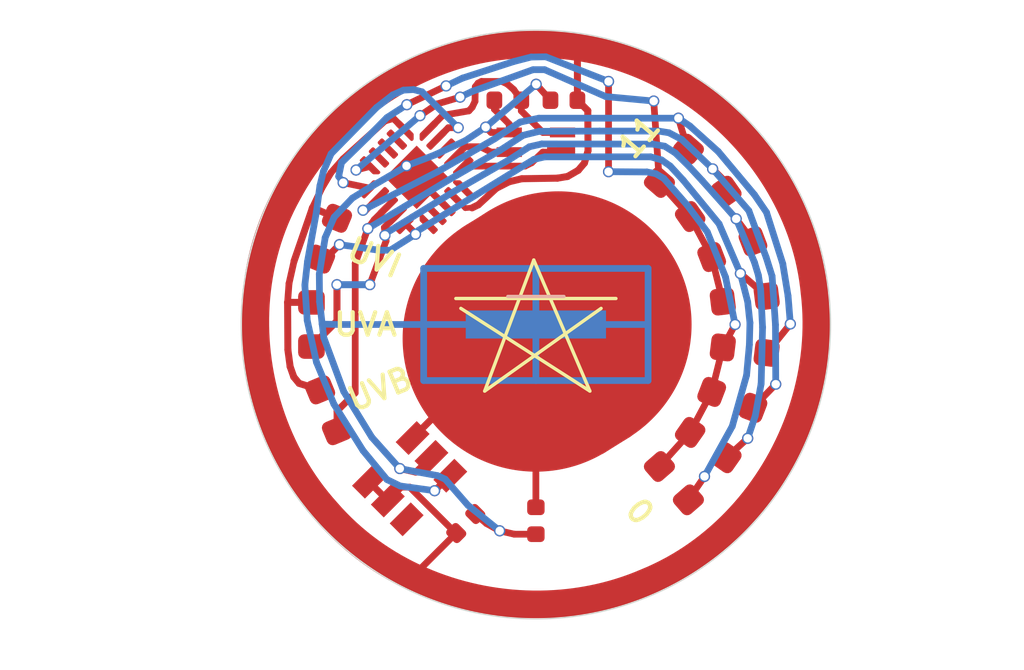
<source format=kicad_pcb>
(kicad_pcb (version 20171130) (host pcbnew "(5.1.8)-1")

  (general
    (thickness 0.8)
    (drawings 23)
    (tracks 305)
    (zones 0)
    (modules 22)
    (nets 23)
  )

  (page A4)
  (layers
    (0 F.Cu signal)
    (31 B.Cu signal)
    (32 B.Adhes user)
    (33 F.Adhes user)
    (34 B.Paste user)
    (35 F.Paste user)
    (36 B.SilkS user)
    (37 F.SilkS user)
    (38 B.Mask user)
    (39 F.Mask user)
    (40 Dwgs.User user)
    (41 Cmts.User user)
    (42 Eco1.User user)
    (43 Eco2.User user)
    (44 Edge.Cuts user)
    (45 Margin user)
    (46 B.CrtYd user)
    (47 F.CrtYd user)
    (48 B.Fab user)
    (49 F.Fab user hide)
  )

  (setup
    (last_trace_width 0.24)
    (user_trace_width 0.2)
    (user_trace_width 0.24)
    (user_trace_width 0.25)
    (trace_clearance 0.2)
    (zone_clearance 0.25)
    (zone_45_only no)
    (trace_min 0.2)
    (via_size 0.4)
    (via_drill 0.3)
    (via_min_size 0.4)
    (via_min_drill 0.3)
    (uvia_size 0.3)
    (uvia_drill 0.1)
    (uvias_allowed no)
    (uvia_min_size 0.2)
    (uvia_min_drill 0.1)
    (edge_width 0.05)
    (segment_width 0.2)
    (pcb_text_width 0.3)
    (pcb_text_size 1.5 1.5)
    (mod_edge_width 0.12)
    (mod_text_size 1 1)
    (mod_text_width 0.15)
    (pad_size 5 1)
    (pad_drill 0)
    (pad_to_mask_clearance 0)
    (aux_axis_origin 0 0)
    (visible_elements 7FFFFFFF)
    (pcbplotparams
      (layerselection 0x010fc_ffffffff)
      (usegerberextensions false)
      (usegerberattributes true)
      (usegerberadvancedattributes true)
      (creategerberjobfile true)
      (excludeedgelayer true)
      (linewidth 0.100000)
      (plotframeref false)
      (viasonmask false)
      (mode 1)
      (useauxorigin false)
      (hpglpennumber 1)
      (hpglpenspeed 20)
      (hpglpendiameter 15.000000)
      (psnegative false)
      (psa4output false)
      (plotreference true)
      (plotvalue true)
      (plotinvisibletext false)
      (padsonsilk false)
      (subtractmaskfromsilk false)
      (outputformat 1)
      (mirror false)
      (drillshape 1)
      (scaleselection 1)
      (outputdirectory ""))
  )

  (net 0 "")
  (net 1 VDD)
  (net 2 GND)
  (net 3 /VEML6075_Power)
  (net 4 "Net-(D1-Pad2)")
  (net 5 "Net-(D1-Pad1)")
  (net 6 "Net-(D10-Pad2)")
  (net 7 "Net-(D11-Pad2)")
  (net 8 "Net-(D4-Pad2)")
  (net 9 "Net-(D5-Pad1)")
  (net 10 "Net-(D10-Pad1)")
  (net 11 "Net-(U1-Pad19)")
  (net 12 "Net-(U1-Pad18)")
  (net 13 "Net-(U1-Pad17)")
  (net 14 /BUTTON)
  (net 15 "Net-(U1-Pad13)")
  (net 16 /SDA)
  (net 17 /SCL)
  (net 18 "Net-(U1-Pad10)")
  (net 19 "Net-(U1-Pad7)")
  (net 20 "Net-(U1-Pad6)")
  (net 21 "Net-(U2-Pad6)")
  (net 22 /CapSense)

  (net_class Default "This is the default net class."
    (clearance 0.2)
    (trace_width 0.2)
    (via_dia 0.4)
    (via_drill 0.3)
    (uvia_dia 0.3)
    (uvia_drill 0.1)
    (add_net /BUTTON)
    (add_net /CapSense)
    (add_net /SCL)
    (add_net /SDA)
    (add_net /VEML6075_Power)
    (add_net GND)
    (add_net "Net-(D1-Pad1)")
    (add_net "Net-(D1-Pad2)")
    (add_net "Net-(D10-Pad1)")
    (add_net "Net-(D10-Pad2)")
    (add_net "Net-(D11-Pad2)")
    (add_net "Net-(D4-Pad2)")
    (add_net "Net-(D5-Pad1)")
    (add_net "Net-(U1-Pad10)")
    (add_net "Net-(U1-Pad13)")
    (add_net "Net-(U1-Pad17)")
    (add_net "Net-(U1-Pad18)")
    (add_net "Net-(U1-Pad19)")
    (add_net "Net-(U1-Pad6)")
    (add_net "Net-(U1-Pad7)")
    (add_net "Net-(U2-Pad6)")
    (add_net VDD)
  )

  (net_class 0.25 ""
    (clearance 0.2)
    (trace_width 0.25)
    (via_dia 0.4)
    (via_drill 0.3)
    (uvia_dia 0.3)
    (uvia_drill 0.1)
  )

  (module TestPoint:TestPoint_Pad_D1.0mm (layer B.Cu) (tedit 60C2A46C) (tstamp 60C3B9AC)
    (at 100 100)
    (descr "SMD pad as test Point, diameter 1.0mm")
    (tags "test point SMD pad")
    (path /60C653A2)
    (attr virtual)
    (fp_text reference TP2 (at 0 1.448) (layer B.Fab)
      (effects (font (size 1 1) (thickness 0.15)) (justify mirror))
    )
    (fp_text value Tab (at 0 -1.55) (layer B.Fab)
      (effects (font (size 1 1) (thickness 0.15)) (justify mirror))
    )
    (fp_circle (center 0 0) (end 1 0) (layer B.CrtYd) (width 0.05))
    (fp_text user %R (at 0 1.45) (layer B.Fab)
      (effects (font (size 1 1) (thickness 0.15)) (justify mirror))
    )
    (pad 1 smd rect (at 0 0) (size 5 1) (layers B.Cu B.Mask)
      (net 2 GND))
  )

  (module TestPoint:TestPoint_Pad_D1.0mm (layer F.Cu) (tedit 60C29F79) (tstamp 60C38B0D)
    (at 100.8 100)
    (descr "SMD pad as test Point, diameter 1.0mm")
    (tags "test point SMD pad")
    (path /60C5A94A)
    (attr virtual)
    (fp_text reference TP3 (at 0 -1.448) (layer F.Fab) hide
      (effects (font (size 1 1) (thickness 0.15)))
    )
    (fp_text value CapSense (at 0 1.55) (layer F.Fab)
      (effects (font (size 1 1) (thickness 0.15)))
    )
    (fp_text user %R (at 0 -1.45) (layer F.Fab)
      (effects (font (size 1 1) (thickness 0.15)))
    )
    (pad 1 smd circle (at 0 0) (size 9.5 9.5) (layers F.Cu)
      (net 22 /CapSense) (zone_connect 2))
  )

  (module Package_TO_SOT_SMD:SOT-23-6 (layer F.Cu) (tedit 60C29C55) (tstamp 60C26B2F)
    (at 95.5 105.5 225)
    (descr "6-pin SOT-23 package")
    (tags SOT-23-6)
    (path /60C243DD)
    (attr smd)
    (fp_text reference U2 (at 0 -2.9 225) (layer F.Fab) hide
      (effects (font (size 1 1) (thickness 0.15)))
    )
    (fp_text value TTP223-BA6 (at 0 2.9 225) (layer F.Fab)
      (effects (font (size 1 1) (thickness 0.15)))
    )
    (fp_line (start 0.9 -1.55) (end 0.9 1.55) (layer F.Fab) (width 0.1))
    (fp_line (start 0.9 1.55) (end -0.9 1.55) (layer F.Fab) (width 0.1))
    (fp_line (start -0.9 -0.9) (end -0.9 1.55) (layer F.Fab) (width 0.1))
    (fp_line (start 0.9 -1.55) (end -0.25 -1.55) (layer F.Fab) (width 0.1))
    (fp_line (start -0.9 -0.9) (end -0.25 -1.55) (layer F.Fab) (width 0.1))
    (fp_line (start -1.9 -1.8) (end -1.9 1.8) (layer F.CrtYd) (width 0.05))
    (fp_line (start -1.9 1.8) (end 1.9 1.8) (layer F.CrtYd) (width 0.05))
    (fp_line (start 1.9 1.8) (end 1.9 -1.8) (layer F.CrtYd) (width 0.05))
    (fp_line (start 1.9 -1.8) (end -1.9 -1.8) (layer F.CrtYd) (width 0.05))
    (fp_text user %R (at 0 0 315) (layer F.Fab)
      (effects (font (size 0.5 0.5) (thickness 0.075)))
    )
    (pad 5 smd rect (at 1.1 0 225) (size 1.06 0.65) (layers F.Cu F.Paste F.Mask)
      (net 1 VDD))
    (pad 6 smd rect (at 1.1 -0.95 225) (size 1.06 0.65) (layers F.Cu F.Paste F.Mask)
      (net 21 "Net-(U2-Pad6)"))
    (pad 4 smd rect (at 1.1 0.95 225) (size 1.06 0.65) (layers F.Cu F.Paste F.Mask)
      (net 1 VDD))
    (pad 3 smd rect (at -1.1 0.95 225) (size 1.06 0.65) (layers F.Cu F.Paste F.Mask)
      (net 22 /CapSense) (zone_connect 0) (thermal_gap 0.2))
    (pad 2 smd rect (at -1.1 0 225) (size 1.06 0.65) (layers F.Cu F.Paste F.Mask)
      (net 2 GND))
    (pad 1 smd rect (at -1.1 -0.95 225) (size 1.06 0.65) (layers F.Cu F.Paste F.Mask)
      (net 14 /BUTTON))
    (model ${KISYS3DMOD}/Package_TO_SOT_SMD.3dshapes/SOT-23-6.wrl
      (at (xyz 0 0 0))
      (scale (xyz 1 1 1))
      (rotate (xyz 0 0 0))
    )
  )

  (module Package_DFN_QFN:QFN-20-1EP_3x3mm_P0.45mm_EP1.6x1.6mm (layer F.Cu) (tedit 60C29846) (tstamp 60C26B19)
    (at 95.75 94.75 45)
    (descr "QFN, 20 Pin (http://ww1.microchip.com/downloads/en/DeviceDoc/atmel-8235-8-bit-avr-microcontroller-attiny20_datasheet.pdf#page=212), generated with kicad-footprint-generator ipc_noLead_generator.py")
    (tags "QFN NoLead")
    (path /632C737D)
    (attr smd)
    (fp_text reference U1 (at 0 -2.82 45) (layer F.Fab) hide
      (effects (font (size 1 1) (thickness 0.15)))
    )
    (fp_text value ATtiny84A-MMH (at 0 2.82 45) (layer F.Fab)
      (effects (font (size 1 1) (thickness 0.15)))
    )
    (fp_line (start 2.12 -2.12) (end -2.12 -2.12) (layer F.CrtYd) (width 0.05))
    (fp_line (start 2.12 2.12) (end 2.12 -2.12) (layer F.CrtYd) (width 0.05))
    (fp_line (start -2.12 2.12) (end 2.12 2.12) (layer F.CrtYd) (width 0.05))
    (fp_line (start -2.12 -2.12) (end -2.12 2.12) (layer F.CrtYd) (width 0.05))
    (fp_line (start -1.5 -0.75) (end -0.75 -1.5) (layer F.Fab) (width 0.1))
    (fp_line (start -1.5 1.5) (end -1.5 -0.75) (layer F.Fab) (width 0.1))
    (fp_line (start 1.5 1.5) (end -1.5 1.5) (layer F.Fab) (width 0.1))
    (fp_line (start 1.5 -1.5) (end 1.5 1.5) (layer F.Fab) (width 0.1))
    (fp_line (start -0.75 -1.5) (end 1.5 -1.5) (layer F.Fab) (width 0.1))
    (fp_text user %R (at 0 0 45) (layer F.Fab)
      (effects (font (size 0.75 0.75) (thickness 0.11)))
    )
    (pad "" smd roundrect (at 0.4 0.4 45) (size 0.64 0.64) (layers F.Paste) (roundrect_rratio 0.25))
    (pad "" smd roundrect (at 0.4 -0.4 45) (size 0.64 0.64) (layers F.Paste) (roundrect_rratio 0.25))
    (pad "" smd roundrect (at -0.4 0.4 45) (size 0.64 0.64) (layers F.Paste) (roundrect_rratio 0.25))
    (pad "" smd roundrect (at -0.4 -0.4 45) (size 0.64 0.64) (layers F.Paste) (roundrect_rratio 0.25))
    (pad 21 smd rect (at 0 0 45) (size 1.6 1.6) (layers F.Cu F.Mask)
      (net 2 GND))
    (pad 20 smd custom (at -0.9 -1.45 45) (size 0.143934 0.143934) (layers F.Cu F.Paste F.Mask)
      (net 9 "Net-(D5-Pad1)")
      (options (clearance outline) (anchor circle))
      (primitives
        (gr_poly (pts
           (xy -0.075 -0.375) (xy 0.075 -0.375) (xy 0.075 0.375) (xy 0.045711 0.375) (xy -0.075 0.254289)
) (width 0.1))
      ))
    (pad 19 smd roundrect (at -0.45 -1.45 45) (size 0.25 0.85) (layers F.Cu F.Paste F.Mask) (roundrect_rratio 0.25)
      (net 11 "Net-(U1-Pad19)"))
    (pad 18 smd roundrect (at 0 -1.45 45) (size 0.25 0.85) (layers F.Cu F.Paste F.Mask) (roundrect_rratio 0.25)
      (net 12 "Net-(U1-Pad18)"))
    (pad 17 smd roundrect (at 0.45 -1.45 45) (size 0.25 0.85) (layers F.Cu F.Paste F.Mask) (roundrect_rratio 0.25)
      (net 13 "Net-(U1-Pad17)"))
    (pad 16 smd custom (at 0.9 -1.45 45) (size 0.143934 0.143934) (layers F.Cu F.Paste F.Mask)
      (net 10 "Net-(D10-Pad1)")
      (options (clearance outline) (anchor circle))
      (primitives
        (gr_poly (pts
           (xy -0.075 -0.375) (xy 0.075 -0.375) (xy 0.075 0.254289) (xy -0.045711 0.375) (xy -0.075 0.375)
) (width 0.1))
      ))
    (pad 15 smd custom (at 1.45 -0.9 45) (size 0.143934 0.143934) (layers F.Cu F.Paste F.Mask)
      (net 3 /VEML6075_Power)
      (options (clearance outline) (anchor circle))
      (primitives
        (gr_poly (pts
           (xy -0.375 0.045711) (xy -0.254289 -0.075) (xy 0.375 -0.075) (xy 0.375 0.075) (xy -0.375 0.075)
) (width 0.1))
      ))
    (pad 14 smd roundrect (at 1.45 -0.45 45) (size 0.85 0.25) (layers F.Cu F.Paste F.Mask) (roundrect_rratio 0.25)
      (net 14 /BUTTON))
    (pad 13 smd roundrect (at 1.45 0 45) (size 0.85 0.25) (layers F.Cu F.Paste F.Mask) (roundrect_rratio 0.25)
      (net 15 "Net-(U1-Pad13)"))
    (pad 12 smd roundrect (at 1.45 0.45 45) (size 0.85 0.25) (layers F.Cu F.Paste F.Mask) (roundrect_rratio 0.25)
      (net 16 /SDA))
    (pad 11 smd custom (at 1.45 0.9 45) (size 0.143934 0.143934) (layers F.Cu F.Paste F.Mask)
      (net 17 /SCL)
      (options (clearance outline) (anchor circle))
      (primitives
        (gr_poly (pts
           (xy -0.375 -0.075) (xy 0.375 -0.075) (xy 0.375 0.075) (xy -0.254289 0.075) (xy -0.375 -0.045711)
) (width 0.1))
      ))
    (pad 10 smd custom (at 0.9 1.45 45) (size 0.143934 0.143934) (layers F.Cu F.Paste F.Mask)
      (net 18 "Net-(U1-Pad10)")
      (options (clearance outline) (anchor circle))
      (primitives
        (gr_poly (pts
           (xy -0.075 -0.375) (xy -0.045711 -0.375) (xy 0.075 -0.254289) (xy 0.075 0.375) (xy -0.075 0.375)
) (width 0.1))
      ))
    (pad 9 smd roundrect (at 0.45 1.45 45) (size 0.25 0.85) (layers F.Cu F.Paste F.Mask) (roundrect_rratio 0.25)
      (net 1 VDD))
    (pad 8 smd roundrect (at 0 1.45 45) (size 0.25 0.85) (layers F.Cu F.Paste F.Mask) (roundrect_rratio 0.25)
      (net 2 GND))
    (pad 7 smd roundrect (at -0.45 1.45 45) (size 0.25 0.85) (layers F.Cu F.Paste F.Mask) (roundrect_rratio 0.25)
      (net 19 "Net-(U1-Pad7)"))
    (pad 6 smd custom (at -0.9 1.45 45) (size 0.143934 0.143934) (layers F.Cu F.Paste F.Mask)
      (net 20 "Net-(U1-Pad6)")
      (options (clearance outline) (anchor circle))
      (primitives
        (gr_poly (pts
           (xy -0.075 -0.254289) (xy 0.045711 -0.375) (xy 0.075 -0.375) (xy 0.075 0.375) (xy -0.075 0.375)
) (width 0.1))
      ))
    (pad 5 smd custom (at -1.45 0.9 45) (size 0.143934 0.143934) (layers F.Cu F.Paste F.Mask)
      (net 4 "Net-(D1-Pad2)")
      (options (clearance outline) (anchor circle))
      (primitives
        (gr_poly (pts
           (xy -0.375 -0.075) (xy 0.375 -0.075) (xy 0.375 -0.045711) (xy 0.254289 0.075) (xy -0.375 0.075)
) (width 0.1))
      ))
    (pad 4 smd roundrect (at -1.45 0.45 45) (size 0.85 0.25) (layers F.Cu F.Paste F.Mask) (roundrect_rratio 0.25)
      (net 6 "Net-(D10-Pad2)"))
    (pad 3 smd roundrect (at -1.45 0 45) (size 0.85 0.25) (layers F.Cu F.Paste F.Mask) (roundrect_rratio 0.25)
      (net 7 "Net-(D11-Pad2)"))
    (pad 2 smd roundrect (at -1.45 -0.45 45) (size 0.85 0.25) (layers F.Cu F.Paste F.Mask) (roundrect_rratio 0.25)
      (net 8 "Net-(D4-Pad2)"))
    (pad 1 smd custom (at -1.45 -0.9 45) (size 0.143934 0.143934) (layers F.Cu F.Paste F.Mask)
      (net 5 "Net-(D1-Pad1)")
      (options (clearance outline) (anchor circle))
      (primitives
        (gr_poly (pts
           (xy -0.375 -0.075) (xy 0.254289 -0.075) (xy 0.375 0.045711) (xy 0.375 0.075) (xy -0.375 0.075)
) (width 0.1))
      ))
    (model ${KISYS3DMOD}/Package_DFN_QFN.3dshapes/QFN-20-1EP_3x3mm_P0.45mm_EP1.6x1.6mm.wrl
      (at (xyz 0 0 0))
      (scale (xyz 1 1 1))
      (rotate (xyz 0 0 0))
    )
  )

  (module Capacitor_SMD:C_0402_1005Metric (layer F.Cu) (tedit 60C2981D) (tstamp 60C269F1)
    (at 99 92)
    (descr "Capacitor SMD 0402 (1005 Metric), square (rectangular) end terminal, IPC_7351 nominal, (Body size source: IPC-SM-782 page 76, https://www.pcb-3d.com/wordpress/wp-content/uploads/ipc-sm-782a_amendment_1_and_2.pdf), generated with kicad-footprint-generator")
    (tags capacitor)
    (path /60C3F27A)
    (attr smd)
    (fp_text reference C2 (at 0 -1.16) (layer F.Fab) hide
      (effects (font (size 1 1) (thickness 0.15)))
    )
    (fp_text value 100n (at 0 1.16) (layer F.Fab)
      (effects (font (size 1 1) (thickness 0.15)))
    )
    (fp_line (start 0.91 0.46) (end -0.91 0.46) (layer F.CrtYd) (width 0.05))
    (fp_line (start 0.91 -0.46) (end 0.91 0.46) (layer F.CrtYd) (width 0.05))
    (fp_line (start -0.91 -0.46) (end 0.91 -0.46) (layer F.CrtYd) (width 0.05))
    (fp_line (start -0.91 0.46) (end -0.91 -0.46) (layer F.CrtYd) (width 0.05))
    (fp_line (start 0.5 0.25) (end -0.5 0.25) (layer F.Fab) (width 0.1))
    (fp_line (start 0.5 -0.25) (end 0.5 0.25) (layer F.Fab) (width 0.1))
    (fp_line (start -0.5 -0.25) (end 0.5 -0.25) (layer F.Fab) (width 0.1))
    (fp_line (start -0.5 0.25) (end -0.5 -0.25) (layer F.Fab) (width 0.1))
    (fp_text user %R (at 0 0) (layer F.Fab)
      (effects (font (size 0.25 0.25) (thickness 0.04)))
    )
    (pad 2 smd roundrect (at 0.48 0) (size 0.56 0.62) (layers F.Cu F.Paste F.Mask) (roundrect_rratio 0.25)
      (net 3 /VEML6075_Power))
    (pad 1 smd roundrect (at -0.48 0) (size 0.56 0.62) (layers F.Cu F.Paste F.Mask) (roundrect_rratio 0.25)
      (net 2 GND))
    (model ${KISYS3DMOD}/Capacitor_SMD.3dshapes/C_0402_1005Metric.wrl
      (at (xyz 0 0 0))
      (scale (xyz 1 1 1))
      (rotate (xyz 0 0 0))
    )
  )

  (module Capacitor_SMD:C_0402_1005Metric (layer F.Cu) (tedit 60C29811) (tstamp 60C2CA63)
    (at 101 92)
    (descr "Capacitor SMD 0402 (1005 Metric), square (rectangular) end terminal, IPC_7351 nominal, (Body size source: IPC-SM-782 page 76, https://www.pcb-3d.com/wordpress/wp-content/uploads/ipc-sm-782a_amendment_1_and_2.pdf), generated with kicad-footprint-generator")
    (tags capacitor)
    (path /60C380AD)
    (attr smd)
    (fp_text reference C1 (at 0 -1.16) (layer F.Fab) hide
      (effects (font (size 1 1) (thickness 0.15)))
    )
    (fp_text value 100n (at 0 1.16) (layer F.Fab)
      (effects (font (size 1 1) (thickness 0.15)))
    )
    (fp_line (start 0.91 0.46) (end -0.91 0.46) (layer F.CrtYd) (width 0.05))
    (fp_line (start 0.91 -0.46) (end 0.91 0.46) (layer F.CrtYd) (width 0.05))
    (fp_line (start -0.91 -0.46) (end 0.91 -0.46) (layer F.CrtYd) (width 0.05))
    (fp_line (start -0.91 0.46) (end -0.91 -0.46) (layer F.CrtYd) (width 0.05))
    (fp_line (start 0.5 0.25) (end -0.5 0.25) (layer F.Fab) (width 0.1))
    (fp_line (start 0.5 -0.25) (end 0.5 0.25) (layer F.Fab) (width 0.1))
    (fp_line (start -0.5 -0.25) (end 0.5 -0.25) (layer F.Fab) (width 0.1))
    (fp_line (start -0.5 0.25) (end -0.5 -0.25) (layer F.Fab) (width 0.1))
    (fp_text user %R (at 0 0) (layer F.Fab)
      (effects (font (size 0.25 0.25) (thickness 0.04)))
    )
    (pad 2 smd roundrect (at 0.48 0) (size 0.56 0.62) (layers F.Cu F.Paste F.Mask) (roundrect_rratio 0.25)
      (net 1 VDD))
    (pad 1 smd roundrect (at -0.48 0) (size 0.56 0.62) (layers F.Cu F.Paste F.Mask) (roundrect_rratio 0.25)
      (net 2 GND))
    (model ${KISYS3DMOD}/Capacitor_SMD.3dshapes/C_0402_1005Metric.wrl
      (at (xyz 0 0 0))
      (scale (xyz 1 1 1))
      (rotate (xyz 0 0 0))
    )
  )

  (module Capacitor_SMD:C_0402_1005Metric (layer F.Cu) (tedit 60C29BD8) (tstamp 60C3B582)
    (at 100 107 90)
    (descr "Capacitor SMD 0402 (1005 Metric), square (rectangular) end terminal, IPC_7351 nominal, (Body size source: IPC-SM-782 page 76, https://www.pcb-3d.com/wordpress/wp-content/uploads/ipc-sm-782a_amendment_1_and_2.pdf), generated with kicad-footprint-generator")
    (tags capacitor)
    (path /60CB1032)
    (attr smd)
    (fp_text reference C4 (at 0 -1.16 90) (layer F.Fab) hide
      (effects (font (size 1 1) (thickness 0.15)))
    )
    (fp_text value 30pF (at 0 1.16 90) (layer F.Fab)
      (effects (font (size 1 1) (thickness 0.15)))
    )
    (fp_line (start -0.5 0.25) (end -0.5 -0.25) (layer F.Fab) (width 0.1))
    (fp_line (start -0.5 -0.25) (end 0.5 -0.25) (layer F.Fab) (width 0.1))
    (fp_line (start 0.5 -0.25) (end 0.5 0.25) (layer F.Fab) (width 0.1))
    (fp_line (start 0.5 0.25) (end -0.5 0.25) (layer F.Fab) (width 0.1))
    (fp_line (start -0.91 0.46) (end -0.91 -0.46) (layer F.CrtYd) (width 0.05))
    (fp_line (start -0.91 -0.46) (end 0.91 -0.46) (layer F.CrtYd) (width 0.05))
    (fp_line (start 0.91 -0.46) (end 0.91 0.46) (layer F.CrtYd) (width 0.05))
    (fp_line (start 0.91 0.46) (end -0.91 0.46) (layer F.CrtYd) (width 0.05))
    (fp_text user %R (at 0 0 90) (layer F.Fab)
      (effects (font (size 0.25 0.25) (thickness 0.04)))
    )
    (pad 2 smd roundrect (at 0.48 0 90) (size 0.56 0.62) (layers F.Cu F.Paste F.Mask) (roundrect_rratio 0.25)
      (net 22 /CapSense) (zone_connect 2))
    (pad 1 smd roundrect (at -0.48 0 90) (size 0.56 0.62) (layers F.Cu F.Paste F.Mask) (roundrect_rratio 0.25)
      (net 2 GND))
    (model ${KISYS3DMOD}/Capacitor_SMD.3dshapes/C_0402_1005Metric.wrl
      (at (xyz 0 0 0))
      (scale (xyz 1 1 1))
      (rotate (xyz 0 0 0))
    )
  )

  (module Capacitor_SMD:C_0402_1005Metric (layer F.Cu) (tedit 60C297F4) (tstamp 60C26A02)
    (at 97.5 107.1 225)
    (descr "Capacitor SMD 0402 (1005 Metric), square (rectangular) end terminal, IPC_7351 nominal, (Body size source: IPC-SM-782 page 76, https://www.pcb-3d.com/wordpress/wp-content/uploads/ipc-sm-782a_amendment_1_and_2.pdf), generated with kicad-footprint-generator")
    (tags capacitor)
    (path /60C474BC)
    (attr smd)
    (fp_text reference C3 (at 0 -1.16 225) (layer F.Fab) hide
      (effects (font (size 1 1) (thickness 0.15)))
    )
    (fp_text value 100n (at 0 1.16 225) (layer F.Fab)
      (effects (font (size 1 1) (thickness 0.15)))
    )
    (fp_line (start 0.91 0.46) (end -0.91 0.46) (layer F.CrtYd) (width 0.05))
    (fp_line (start 0.91 -0.46) (end 0.91 0.46) (layer F.CrtYd) (width 0.05))
    (fp_line (start -0.91 -0.46) (end 0.91 -0.46) (layer F.CrtYd) (width 0.05))
    (fp_line (start -0.91 0.46) (end -0.91 -0.46) (layer F.CrtYd) (width 0.05))
    (fp_line (start 0.5 0.25) (end -0.5 0.25) (layer F.Fab) (width 0.1))
    (fp_line (start 0.5 -0.25) (end 0.5 0.25) (layer F.Fab) (width 0.1))
    (fp_line (start -0.5 -0.25) (end 0.5 -0.25) (layer F.Fab) (width 0.1))
    (fp_line (start -0.5 0.25) (end -0.5 -0.25) (layer F.Fab) (width 0.1))
    (fp_text user %R (at 0 0 225) (layer F.Fab)
      (effects (font (size 0.25 0.25) (thickness 0.04)))
    )
    (pad 2 smd roundrect (at 0.48 0 225) (size 0.56 0.62) (layers F.Cu F.Paste F.Mask) (roundrect_rratio 0.25)
      (net 1 VDD))
    (pad 1 smd roundrect (at -0.48 0 225) (size 0.56 0.62) (layers F.Cu F.Paste F.Mask) (roundrect_rratio 0.25)
      (net 2 GND))
    (model ${KISYS3DMOD}/Capacitor_SMD.3dshapes/C_0402_1005Metric.wrl
      (at (xyz 0 0 0))
      (scale (xyz 1 1 1))
      (rotate (xyz 0 0 0))
    )
  )

  (module TestPoint:TestPoint_Pad_D1.0mm (layer F.Cu) (tedit 60C29F79) (tstamp 60C2B298)
    (at 100 100.5)
    (descr "SMD pad as test Point, diameter 1.0mm")
    (tags "test point SMD pad")
    (path /60C5A94A)
    (attr virtual)
    (fp_text reference TP3 (at 0 -1.448) (layer F.Fab) hide
      (effects (font (size 1 1) (thickness 0.15)))
    )
    (fp_text value CapSense (at 0 1.55) (layer F.Fab)
      (effects (font (size 1 1) (thickness 0.15)))
    )
    (fp_text user %R (at 0 -1.45) (layer F.Fab)
      (effects (font (size 1 1) (thickness 0.15)))
    )
    (pad 1 smd circle (at 0 0) (size 9.5 9.5) (layers F.Cu)
      (net 22 /CapSense) (zone_connect 2))
  )

  (module amulet:amulet locked (layer F.Cu) (tedit 60C2410B) (tstamp 60C2ABDF)
    (at 100 100)
    (descr "Imported from amulet.svg")
    (tags svg2mod)
    (path /60C5D33F)
    (attr virtual)
    (fp_text reference TP1 (at 0 -14.002777) (layer F.SilkS) hide
      (effects (font (size 1.524 1.524) (thickness 0.3048)))
    )
    (fp_text value Case (at 0 14.002777) (layer F.SilkS) hide
      (effects (font (size 1.524 1.524) (thickness 0.3048)))
    )
    (fp_poly (pts (xy -0.005856 -10.499537) (xy 3.924657 -8.648875) (xy 3.707689 -8.746939) (xy 3.488388 -8.83949)
      (xy 3.266863 -8.92643) (xy 3.043226 -9.00766) (xy 2.817587 -9.083084) (xy 2.590057 -9.152602)
      (xy 2.360748 -9.216118) (xy 2.129769 -9.273533) (xy 1.897232 -9.32475) (xy 1.663248 -9.36967)
      (xy 1.427928 -9.408197) (xy 1.191381 -9.440231) (xy 0.95372 -9.465676) (xy 0.715055 -9.484433)
      (xy 0.475497 -9.496405) (xy 0.235156 -9.501493) (xy -0.005856 -9.4996) (xy -0.258395 -9.500556)
      (xy -0.510298 -9.493983) (xy -0.761432 -9.479987) (xy -1.01166 -9.45867) (xy -1.260846 -9.430136)
      (xy -1.508857 -9.394488) (xy -1.755555 -9.351829) (xy -2.000807 -9.302264) (xy -2.244476 -9.245896)
      (xy -2.486427 -9.182828) (xy -2.726525 -9.113163) (xy -2.964635 -9.037006) (xy -3.200621 -8.95446)
      (xy -3.434348 -8.865627) (xy -3.665681 -8.770613) (xy -3.894484 -8.669519) (xy -4.120622 -8.562451)
      (xy -4.34396 -8.44951) (xy -4.564362 -8.330801) (xy -4.781693 -8.206427) (xy -4.995818 -8.076492)
      (xy -5.206601 -7.941098) (xy -5.413907 -7.800351) (xy -5.6176 -7.654352) (xy -5.817547 -7.503207)
      (xy -6.01361 -7.347017) (xy -6.205654 -7.185887) (xy -6.393546 -7.019919) (xy -6.577148 -6.849219)
      (xy -6.756326 -6.673888) (xy -6.930944 -6.494031) (xy -7.100867 -6.309751) (xy -7.26596 -6.121151)
      (xy -7.426088 -5.928336) (xy -7.581114 -5.731408) (xy -7.730905 -5.530471) (xy -7.875323 -5.325628)
      (xy -8.014235 -5.116983) (xy -8.147505 -4.90464) (xy -8.274996 -4.688702) (xy -8.396576 -4.469272)
      (xy -8.515189 -4.249685) (xy -8.626937 -4.027241) (xy -8.731851 -3.8021) (xy -8.829965 -3.574421)
      (xy -8.92131 -3.344362) (xy -9.00592 -3.112083) (xy -9.083826 -2.877744) (xy -9.155061 -2.641503)
      (xy -9.219657 -2.40352) (xy -9.277648 -2.163954) (xy -9.329064 -1.922964) (xy -9.37394 -1.680709)
      (xy -9.412306 -1.43735) (xy -9.444197 -1.193044) (xy -9.469643 -0.947951) (xy -9.488678 -0.70223)
      (xy -9.501334 -0.456041) (xy -9.507643 -0.209543) (xy -9.507639 0.037105) (xy -9.501352 0.283744)
      (xy -9.488816 0.530214) (xy -9.470064 0.776357) (xy -9.445127 1.022013) (xy -9.414038 1.267023)
      (xy -9.37683 1.511227) (xy -9.333535 1.754467) (xy -9.284185 1.996583) (xy -9.228814 2.237416)
      (xy -9.167452 2.476807) (xy -9.100133 2.714596) (xy -9.02689 2.950625) (xy -8.947754 3.184734)
      (xy -8.862758 3.416763) (xy -8.771935 3.646554) (xy -8.675317 3.873948) (xy -8.572936 4.098785)
      (xy -8.464825 4.320905) (xy -8.351016 4.540151) (xy -8.231543 4.756362) (xy -8.106436 4.969379)
      (xy -7.975729 5.179043) (xy -7.839454 5.385195) (xy -7.697644 5.587676) (xy -7.550331 5.786326)
      (xy -7.397547 5.980986) (xy -7.239325 6.171497) (xy -7.075698 6.3577) (xy -6.910371 6.543685)
      (xy -6.740047 6.724217) (xy -6.564886 6.899271) (xy -6.385045 7.068825) (xy -6.200684 7.232857)
      (xy -6.011963 7.391344) (xy -5.81904 7.544262) (xy -5.622074 7.69159) (xy -5.421225 7.833303)
      (xy -5.216652 7.96938) (xy -5.008514 8.099798) (xy -4.796969 8.224533) (xy -4.582178 8.343564)
      (xy -4.364299 8.456866) (xy -4.143491 8.564418) (xy -3.919913 8.666197) (xy -3.693725 8.762179)
      (xy -3.465086 8.852342) (xy -3.234155 8.936663) (xy -3.00109 9.01512) (xy -2.766052 9.087689)
      (xy -2.529198 9.154348) (xy -2.290689 9.215073) (xy -2.050684 9.269843) (xy -1.809341 9.318634)
      (xy -1.566819 9.361424) (xy -1.323278 9.398189) (xy -1.078877 9.428907) (xy -0.833775 9.453555)
      (xy -0.588132 9.47211) (xy -0.342105 9.48455) (xy -0.095855 9.490851) (xy 0.15046 9.490991)
      (xy 0.39668 9.484947) (xy 0.642647 9.472696) (xy 0.888201 9.454216) (xy 1.133182 9.429483)
      (xy 1.377433 9.398475) (xy 1.620794 9.361169) (xy 1.863105 9.317542) (xy 2.104208 9.267572)
      (xy 2.343943 9.211235) (xy 2.582151 9.148508) (xy 2.818674 9.07937) (xy 3.053352 9.003796)
      (xy 3.286026 8.921765) (xy 3.516537 8.833254) (xy 3.744726 8.738239) (xy 3.971206 8.642534)
      (xy 4.1942 8.540493) (xy 4.413637 8.432255) (xy 4.629448 8.317959) (xy 4.841565 8.197743)
      (xy 5.049918 8.071747) (xy 5.254437 7.940109) (xy 5.455055 7.802968) (xy 5.651702 7.660463)
      (xy 5.844309 7.512732) (xy 6.032807 7.359914) (xy 6.217126 7.202148) (xy 6.397198 7.039572)
      (xy 6.572954 6.872326) (xy 6.744324 6.700549) (xy 6.911239 6.524378) (xy 7.073631 6.343953)
      (xy 7.23143 6.159412) (xy 7.384567 5.970895) (xy 7.532974 5.778539) (xy 7.67658 5.582485)
      (xy 7.815317 5.38287) (xy 7.949116 5.179833) (xy 8.077908 4.973513) (xy 8.201624 4.764049)
      (xy 8.320194 4.551579) (xy 8.433549 4.336243) (xy 8.541621 4.118179) (xy 8.644341 3.897526)
      (xy 8.741639 3.674422) (xy 8.833446 3.449007) (xy 8.919693 3.221419) (xy 9.000311 2.991797)
      (xy 9.075231 2.760279) (xy 9.144384 2.527005) (xy 9.207701 2.292113) (xy 9.265112 2.055741)
      (xy 9.316549 1.81803) (xy 9.361943 1.579117) (xy 9.401224 1.339141) (xy 9.434324 1.098241)
      (xy 9.461173 0.856556) (xy 9.481702 0.614224) (xy 9.495842 0.371385) (xy 9.503525 0.128177)
      (xy 9.50468 -0.115262) (xy 9.49924 -0.358792) (xy 9.487134 -0.602275) (xy 9.468294 -0.845572)
      (xy 9.442651 -1.088544) (xy 9.416823 -1.328422) (xy 9.384117 -1.566797) (xy 9.344642 -1.803573)
      (xy 9.29851 -2.038651) (xy 9.245832 -2.271933) (xy 9.186719 -2.503322) (xy 9.121281 -2.73272)
      (xy 9.049629 -2.960029) (xy 8.971874 -3.18515) (xy 8.888126 -3.407987) (xy 8.798498 -3.628442)
      (xy 8.703099 -3.846416) (xy 8.602041 -4.061812) (xy 8.495433 -4.274531) (xy 8.383388 -4.484477)
      (xy 8.266016 -4.691551) (xy 8.143428 -4.895655) (xy 8.015734 -5.096692) (xy 7.883046 -5.294563)
      (xy 7.745474 -5.489171) (xy 7.60313 -5.680419) (xy 7.456123 -5.868207) (xy 7.304566 -6.052439)
      (xy 7.148568 -6.233016) (xy 6.98824 -6.409841) (xy 6.823695 -6.582815) (xy 6.655041 -6.751842)
      (xy 6.482391 -6.916822) (xy 6.305854 -7.077659) (xy 6.125543 -7.234254) (xy 5.941567 -7.38651)
      (xy 5.754037 -7.534329) (xy 5.563065 -7.677612) (xy 5.368762 -7.816263) (xy 5.171237 -7.950182)
      (xy 4.970602 -8.079273) (xy 4.766968 -8.203438) (xy 4.560446 -8.322578) (xy 4.351146 -8.436596)
      (xy 4.139179 -8.545394) (xy 3.924657 -8.648875) (xy -0.005856 -10.499537) (xy 0.2398 -10.496761)
      (xy 0.48532 -10.488166) (xy 0.73057 -10.473797) (xy 0.981198 -10.457209) (xy 1.230807 -10.433971)
      (xy 1.479292 -10.404171) (xy 1.726551 -10.367898) (xy 1.972479 -10.325242) (xy 2.216973 -10.276291)
      (xy 2.45993 -10.221135) (xy 2.701246 -10.159863) (xy 2.940818 -10.092564) (xy 3.178542 -10.019327)
      (xy 3.414314 -9.940241) (xy 3.648032 -9.855395) (xy 3.879591 -9.764878) (xy 4.108889 -9.66878)
      (xy 4.335821 -9.567189) (xy 4.560284 -9.460195) (xy 4.782175 -9.347886) (xy 5.00139 -9.230352)
      (xy 5.217826 -9.107682) (xy 5.431379 -8.979965) (xy 5.641946 -8.84729) (xy 5.849423 -8.709745)
      (xy 6.053707 -8.567422) (xy 6.254694 -8.420407) (xy 6.45228 -8.268791) (xy 6.646363 -8.112662)
      (xy 6.836838 -7.95211) (xy 7.023603 -7.787224) (xy 7.206553 -7.618092) (xy 7.385586 -7.444805)
      (xy 7.560597 -7.26745) (xy 7.731484 -7.086117) (xy 7.898142 -6.900896) (xy 8.060469 -6.711875)
      (xy 8.21836 -6.519143) (xy 8.371713 -6.322789) (xy 8.520423 -6.122903) (xy 8.664388 -5.919574)
      (xy 8.803503 -5.712891) (xy 8.937666 -5.502942) (xy 9.066772 -5.289817) (xy 9.190719 -5.073605)
      (xy 9.309403 -4.854396) (xy 9.422719 -4.632277) (xy 9.530566 -4.407339) (xy 9.632839 -4.17967)
      (xy 9.729435 -3.94936) (xy 9.82025 -3.716497) (xy 9.909296 -3.485441) (xy 9.991988 -3.252606)
      (xy 10.068365 -3.018114) (xy 10.138468 -2.782092) (xy 10.202336 -2.544662) (xy 10.260008 -2.305949)
      (xy 10.311526 -2.066077) (xy 10.356927 -1.825171) (xy 10.396253 -1.583354) (xy 10.429543 -1.340751)
      (xy 10.456836 -1.097486) (xy 10.478173 -0.853683) (xy 10.493593 -0.609467) (xy 10.503136 -0.364961)
      (xy 10.506842 -0.12029) (xy 10.50475 0.124423) (xy 10.496901 0.369052) (xy 10.483334 0.613473)
      (xy 10.464088 0.857564) (xy 10.439204 1.101198) (xy 10.408722 1.344252) (xy 10.372681 1.586603)
      (xy 10.33112 1.828125) (xy 10.28408 2.068694) (xy 10.231601 2.308187) (xy 10.173722 2.546479)
      (xy 10.110483 2.783446) (xy 10.041923 3.018963) (xy 9.968084 3.252907) (xy 9.889003 3.485154)
      (xy 9.804722 3.715578) (xy 9.715279 3.944056) (xy 9.620715 4.170464) (xy 9.521069 4.394678)
      (xy 9.416381 4.616573) (xy 9.306692 4.836024) (xy 9.19204 5.052909) (xy 9.072465 5.267103)
      (xy 8.948008 5.478481) (xy 8.818707 5.686919) (xy 8.684603 5.892294) (xy 8.545736 6.09448)
      (xy 8.402145 6.293354) (xy 8.253871 6.488792) (xy 8.100952 6.680669) (xy 7.943428 6.868861)
      (xy 7.78134 7.053245) (xy 7.614727 7.233695) (xy 7.443629 7.410087) (xy 7.268085 7.582298)
      (xy 7.088137 7.750203) (xy 6.904259 7.920566) (xy 6.716276 8.085548) (xy 6.524322 8.245139)
      (xy 6.328533 8.399332) (xy 6.129043 8.548116) (xy 5.925987 8.691484) (xy 5.719501 8.829426)
      (xy 5.509719 8.961934) (xy 5.296776 9.089) (xy 5.080807 9.210614) (xy 4.861948 9.326768)
      (xy 4.640332 9.437453) (xy 4.416096 9.54266) (xy 4.189374 9.642381) (xy 3.960301 9.736606)
      (xy 3.729012 9.825328) (xy 3.495641 9.908537) (xy 3.260325 9.986225) (xy 3.023198 10.058382)
      (xy 2.784395 10.125001) (xy 2.54405 10.186073) (xy 2.3023 10.241588) (xy 2.059278 10.291538)
      (xy 1.81512 10.335914) (xy 1.56996 10.374708) (xy 1.323935 10.407911) (xy 1.077178 10.435514)
      (xy 0.829824 10.457508) (xy 0.58201 10.473885) (xy 0.333868 10.484636) (xy 0.085536 10.489751)
      (xy -0.162853 10.489224) (xy -0.411164 10.483044) (xy -0.659261 10.471203) (xy -0.907009 10.453692)
      (xy -1.154275 10.430503) (xy -1.400922 10.401627) (xy -1.646815 10.367055) (xy -1.89182 10.326778)
      (xy -2.135802 10.280787) (xy -2.378626 10.229075) (xy -2.620157 10.171631) (xy -2.860259 10.108449)
      (xy -3.098798 10.039517) (xy -3.335639 9.964829) (xy -3.570647 9.884375) (xy -3.803687 9.798147)
      (xy -4.034624 9.706135) (xy -4.263323 9.608331) (xy -4.489649 9.504727) (xy -4.713467 9.395313)
      (xy -4.93529 9.28592) (xy -5.153618 9.170918) (xy -5.368399 9.050424) (xy -5.579581 8.924557)
      (xy -5.787112 8.793437) (xy -5.990939 8.657181) (xy -6.191009 8.515908) (xy -6.387272 8.369737)
      (xy -6.579674 8.218787) (xy -6.768164 8.063175) (xy -6.952689 7.903021) (xy -7.133196 7.738442)
      (xy -7.309634 7.569559) (xy -7.481951 7.396488) (xy -7.650094 7.21935) (xy -7.814011 7.038261)
      (xy -7.97365 6.853342) (xy -8.128958 6.66471) (xy -8.279884 6.472485) (xy -8.426375 6.276784)
      (xy -8.568379 6.077726) (xy -8.705843 5.87543) (xy -8.838716 5.670015) (xy -8.966945 5.461599)
      (xy -9.090478 5.2503) (xy -9.209263 5.036238) (xy -9.323248 4.81953) (xy -9.432379 4.600296)
      (xy -9.536606 4.378654) (xy -9.635876 4.154722) (xy -9.730136 3.928619) (xy -9.819335 3.700464)
      (xy -9.90342 3.470376) (xy -9.982339 3.238472) (xy -10.05604 3.004871) (xy -10.12447 2.769693)
      (xy -10.187578 2.533055) (xy -10.24531 2.295077) (xy -10.297616 2.055876) (xy -10.344442 1.815572)
      (xy -10.385737 1.574282) (xy -10.421448 1.332126) (xy -10.451522 1.089223) (xy -10.475909 0.84569)
      (xy -10.494555 0.601646) (xy -10.507408 0.35721) (xy -10.514416 0.1125) (xy -10.515527 -0.132364)
      (xy -10.510689 -0.377265) (xy -10.499849 -0.622084) (xy -10.482956 -0.866702) (xy -10.459956 -1.111)
      (xy -10.430798 -1.354861) (xy -10.39543 -1.598165) (xy -10.360242 -1.838311) (xy -10.31883 -2.076893)
      (xy -10.271288 -2.313831) (xy -10.217709 -2.549045) (xy -10.158189 -2.782455) (xy -10.09282 -3.01398)
      (xy -10.021698 -3.24354) (xy -9.944917 -3.471056) (xy -9.86257 -3.696447) (xy -9.774752 -3.919633)
      (xy -9.681557 -4.140534) (xy -9.58308 -4.35907) (xy -9.479415 -4.57516) (xy -9.370655 -4.788725)
      (xy -9.256895 -4.999685) (xy -9.138229 -5.207959) (xy -9.014752 -5.413467) (xy -8.886558 -5.616129)
      (xy -8.75374 -5.815865) (xy -8.616394 -6.012595) (xy -8.474612 -6.206238) (xy -8.32849 -6.396716)
      (xy -8.178122 -6.583946) (xy -8.023602 -6.76785) (xy -7.865023 -6.948348) (xy -7.702481 -7.125358)
      (xy -7.53607 -7.298801) (xy -7.365883 -7.468597) (xy -7.192015 -7.634666) (xy -7.01456 -7.796928)
      (xy -6.833613 -7.955302) (xy -6.649267 -8.109708) (xy -6.461616 -8.260067) (xy -6.270756 -8.406297)
      (xy -6.07678 -8.54832) (xy -5.879782 -8.686055) (xy -5.679857 -8.819421) (xy -5.477098 -8.948339)
      (xy -5.2716 -9.072728) (xy -5.063458 -9.192509) (xy -4.852765 -9.307601) (xy -4.639615 -9.417925)
      (xy -4.424104 -9.523399) (xy -4.206324 -9.623944) (xy -3.986371 -9.71948) (xy -3.764338 -9.809926)
      (xy -3.540319 -9.895204) (xy -3.314409 -9.975231) (xy -3.086703 -10.049929) (xy -2.857293 -10.119217)
      (xy -2.626275 -10.183015) (xy -2.393743 -10.241242) (xy -2.159791 -10.29382) (xy -1.924512 -10.340667)
      (xy -1.688002 -10.381704) (xy -1.450354 -10.41685) (xy -1.211663 -10.446026) (xy -0.972023 -10.469151)
      (xy -0.731528 -10.486145) (xy -0.490272 -10.496927) (xy -0.24835 -10.501419) (xy -0.005856 -10.499539)
      (xy -0.005856 -10.499537)) (layer F.Mask) (width 0))
    (fp_poly (pts (xy -0.005856 -10.499537) (xy 3.924657 -8.648875) (xy 3.707689 -8.746939) (xy 3.488388 -8.83949)
      (xy 3.266863 -8.92643) (xy 3.043226 -9.00766) (xy 2.817587 -9.083084) (xy 2.590057 -9.152602)
      (xy 2.360748 -9.216118) (xy 2.129769 -9.273533) (xy 1.897232 -9.32475) (xy 1.663248 -9.36967)
      (xy 1.427928 -9.408197) (xy 1.191381 -9.440231) (xy 0.95372 -9.465676) (xy 0.715055 -9.484433)
      (xy 0.475497 -9.496405) (xy 0.235156 -9.501493) (xy -0.005856 -9.4996) (xy -0.258395 -9.500556)
      (xy -0.510298 -9.493983) (xy -0.761432 -9.479987) (xy -1.01166 -9.45867) (xy -1.260846 -9.430136)
      (xy -1.508857 -9.394488) (xy -1.755555 -9.351829) (xy -2.000807 -9.302264) (xy -2.244476 -9.245896)
      (xy -2.486427 -9.182828) (xy -2.726525 -9.113163) (xy -2.964635 -9.037006) (xy -3.200621 -8.95446)
      (xy -3.434348 -8.865627) (xy -3.665681 -8.770613) (xy -3.894484 -8.669519) (xy -4.120622 -8.562451)
      (xy -4.34396 -8.44951) (xy -4.564362 -8.330801) (xy -4.781693 -8.206427) (xy -4.995818 -8.076492)
      (xy -5.206601 -7.941098) (xy -5.413907 -7.800351) (xy -5.6176 -7.654352) (xy -5.817547 -7.503207)
      (xy -6.01361 -7.347017) (xy -6.205654 -7.185887) (xy -6.393546 -7.019919) (xy -6.577148 -6.849219)
      (xy -6.756326 -6.673888) (xy -6.930944 -6.494031) (xy -7.100867 -6.309751) (xy -7.26596 -6.121151)
      (xy -7.426088 -5.928336) (xy -7.581114 -5.731408) (xy -7.730905 -5.530471) (xy -7.875323 -5.325628)
      (xy -8.014235 -5.116983) (xy -8.147505 -4.90464) (xy -8.274996 -4.688702) (xy -8.396576 -4.469272)
      (xy -8.515189 -4.249685) (xy -8.626937 -4.027241) (xy -8.731851 -3.8021) (xy -8.829965 -3.574421)
      (xy -8.92131 -3.344362) (xy -9.00592 -3.112083) (xy -9.083826 -2.877744) (xy -9.155061 -2.641503)
      (xy -9.219657 -2.40352) (xy -9.277648 -2.163954) (xy -9.329064 -1.922964) (xy -9.37394 -1.680709)
      (xy -9.412306 -1.43735) (xy -9.444197 -1.193044) (xy -9.469643 -0.947951) (xy -9.488678 -0.70223)
      (xy -9.501334 -0.456041) (xy -9.507643 -0.209543) (xy -9.507639 0.037105) (xy -9.501352 0.283744)
      (xy -9.488816 0.530214) (xy -9.470064 0.776357) (xy -9.445127 1.022013) (xy -9.414038 1.267023)
      (xy -9.37683 1.511227) (xy -9.333535 1.754467) (xy -9.284185 1.996583) (xy -9.228814 2.237416)
      (xy -9.167452 2.476807) (xy -9.100133 2.714596) (xy -9.02689 2.950625) (xy -8.947754 3.184734)
      (xy -8.862758 3.416763) (xy -8.771935 3.646554) (xy -8.675317 3.873948) (xy -8.572936 4.098785)
      (xy -8.464825 4.320905) (xy -8.351016 4.540151) (xy -8.231543 4.756362) (xy -8.106436 4.969379)
      (xy -7.975729 5.179043) (xy -7.839454 5.385195) (xy -7.697644 5.587676) (xy -7.550331 5.786326)
      (xy -7.397547 5.980986) (xy -7.239325 6.171497) (xy -7.075698 6.3577) (xy -6.910371 6.543685)
      (xy -6.740047 6.724217) (xy -6.564886 6.899271) (xy -6.385045 7.068825) (xy -6.200684 7.232857)
      (xy -6.011963 7.391344) (xy -5.81904 7.544262) (xy -5.622074 7.69159) (xy -5.421225 7.833303)
      (xy -5.216652 7.96938) (xy -5.008514 8.099798) (xy -4.796969 8.224533) (xy -4.582178 8.343564)
      (xy -4.364299 8.456866) (xy -4.143491 8.564418) (xy -3.919913 8.666197) (xy -3.693725 8.762179)
      (xy -3.465086 8.852342) (xy -3.234155 8.936663) (xy -3.00109 9.01512) (xy -2.766052 9.087689)
      (xy -2.529198 9.154348) (xy -2.290689 9.215073) (xy -2.050684 9.269843) (xy -1.809341 9.318634)
      (xy -1.566819 9.361424) (xy -1.323278 9.398189) (xy -1.078877 9.428907) (xy -0.833775 9.453555)
      (xy -0.588132 9.47211) (xy -0.342105 9.48455) (xy -0.095855 9.490851) (xy 0.15046 9.490991)
      (xy 0.39668 9.484947) (xy 0.642647 9.472696) (xy 0.888201 9.454216) (xy 1.133182 9.429483)
      (xy 1.377433 9.398475) (xy 1.620794 9.361169) (xy 1.863105 9.317542) (xy 2.104208 9.267572)
      (xy 2.343943 9.211235) (xy 2.582151 9.148508) (xy 2.818674 9.07937) (xy 3.053352 9.003796)
      (xy 3.286026 8.921765) (xy 3.516537 8.833254) (xy 3.744726 8.738239) (xy 3.971206 8.642534)
      (xy 4.1942 8.540493) (xy 4.413637 8.432255) (xy 4.629448 8.317959) (xy 4.841565 8.197743)
      (xy 5.049918 8.071747) (xy 5.254437 7.940109) (xy 5.455055 7.802968) (xy 5.651702 7.660463)
      (xy 5.844309 7.512732) (xy 6.032807 7.359914) (xy 6.217126 7.202148) (xy 6.397198 7.039572)
      (xy 6.572954 6.872326) (xy 6.744324 6.700549) (xy 6.911239 6.524378) (xy 7.073631 6.343953)
      (xy 7.23143 6.159412) (xy 7.384567 5.970895) (xy 7.532974 5.778539) (xy 7.67658 5.582485)
      (xy 7.815317 5.38287) (xy 7.949116 5.179833) (xy 8.077908 4.973513) (xy 8.201624 4.764049)
      (xy 8.320194 4.551579) (xy 8.433549 4.336243) (xy 8.541621 4.118179) (xy 8.644341 3.897526)
      (xy 8.741639 3.674422) (xy 8.833446 3.449007) (xy 8.919693 3.221419) (xy 9.000311 2.991797)
      (xy 9.075231 2.760279) (xy 9.144384 2.527005) (xy 9.207701 2.292113) (xy 9.265112 2.055741)
      (xy 9.316549 1.81803) (xy 9.361943 1.579117) (xy 9.401224 1.339141) (xy 9.434324 1.098241)
      (xy 9.461173 0.856556) (xy 9.481702 0.614224) (xy 9.495842 0.371385) (xy 9.503525 0.128177)
      (xy 9.50468 -0.115262) (xy 9.49924 -0.358792) (xy 9.487134 -0.602275) (xy 9.468294 -0.845572)
      (xy 9.442651 -1.088544) (xy 9.416823 -1.328422) (xy 9.384117 -1.566797) (xy 9.344642 -1.803573)
      (xy 9.29851 -2.038651) (xy 9.245832 -2.271933) (xy 9.186719 -2.503322) (xy 9.121281 -2.73272)
      (xy 9.049629 -2.960029) (xy 8.971874 -3.18515) (xy 8.888126 -3.407987) (xy 8.798498 -3.628442)
      (xy 8.703099 -3.846416) (xy 8.602041 -4.061812) (xy 8.495433 -4.274531) (xy 8.383388 -4.484477)
      (xy 8.266016 -4.691551) (xy 8.143428 -4.895655) (xy 8.015734 -5.096692) (xy 7.883046 -5.294563)
      (xy 7.745474 -5.489171) (xy 7.60313 -5.680419) (xy 7.456123 -5.868207) (xy 7.304566 -6.052439)
      (xy 7.148568 -6.233016) (xy 6.98824 -6.409841) (xy 6.823695 -6.582815) (xy 6.655041 -6.751842)
      (xy 6.482391 -6.916822) (xy 6.305854 -7.077659) (xy 6.125543 -7.234254) (xy 5.941567 -7.38651)
      (xy 5.754037 -7.534329) (xy 5.563065 -7.677612) (xy 5.368762 -7.816263) (xy 5.171237 -7.950182)
      (xy 4.970602 -8.079273) (xy 4.766968 -8.203438) (xy 4.560446 -8.322578) (xy 4.351146 -8.436596)
      (xy 4.139179 -8.545394) (xy 3.924657 -8.648875) (xy -0.005856 -10.499537) (xy 0.2398 -10.496761)
      (xy 0.48532 -10.488166) (xy 0.73057 -10.473797) (xy 0.981198 -10.457209) (xy 1.230807 -10.433971)
      (xy 1.479292 -10.404171) (xy 1.726551 -10.367898) (xy 1.972479 -10.325242) (xy 2.216973 -10.276291)
      (xy 2.45993 -10.221135) (xy 2.701246 -10.159863) (xy 2.940818 -10.092564) (xy 3.178542 -10.019327)
      (xy 3.414314 -9.940241) (xy 3.648032 -9.855395) (xy 3.879591 -9.764878) (xy 4.108889 -9.66878)
      (xy 4.335821 -9.567189) (xy 4.560284 -9.460195) (xy 4.782175 -9.347886) (xy 5.00139 -9.230352)
      (xy 5.217826 -9.107682) (xy 5.431379 -8.979965) (xy 5.641946 -8.84729) (xy 5.849423 -8.709745)
      (xy 6.053707 -8.567422) (xy 6.254694 -8.420407) (xy 6.45228 -8.268791) (xy 6.646363 -8.112662)
      (xy 6.836838 -7.95211) (xy 7.023603 -7.787224) (xy 7.206553 -7.618092) (xy 7.385586 -7.444805)
      (xy 7.560597 -7.26745) (xy 7.731484 -7.086117) (xy 7.898142 -6.900896) (xy 8.060469 -6.711875)
      (xy 8.21836 -6.519143) (xy 8.371713 -6.322789) (xy 8.520423 -6.122903) (xy 8.664388 -5.919574)
      (xy 8.803503 -5.712891) (xy 8.937666 -5.502942) (xy 9.066772 -5.289817) (xy 9.190719 -5.073605)
      (xy 9.309403 -4.854396) (xy 9.422719 -4.632277) (xy 9.530566 -4.407339) (xy 9.632839 -4.17967)
      (xy 9.729435 -3.94936) (xy 9.82025 -3.716497) (xy 9.909296 -3.485441) (xy 9.991988 -3.252606)
      (xy 10.068365 -3.018114) (xy 10.138468 -2.782092) (xy 10.202336 -2.544662) (xy 10.260008 -2.305949)
      (xy 10.311526 -2.066077) (xy 10.356927 -1.825171) (xy 10.396253 -1.583354) (xy 10.429543 -1.340751)
      (xy 10.456836 -1.097486) (xy 10.478173 -0.853683) (xy 10.493593 -0.609467) (xy 10.503136 -0.364961)
      (xy 10.506842 -0.12029) (xy 10.50475 0.124423) (xy 10.496901 0.369052) (xy 10.483334 0.613473)
      (xy 10.464088 0.857564) (xy 10.439204 1.101198) (xy 10.408722 1.344252) (xy 10.372681 1.586603)
      (xy 10.33112 1.828125) (xy 10.28408 2.068694) (xy 10.231601 2.308187) (xy 10.173722 2.546479)
      (xy 10.110483 2.783446) (xy 10.041923 3.018963) (xy 9.968084 3.252907) (xy 9.889003 3.485154)
      (xy 9.804722 3.715578) (xy 9.715279 3.944056) (xy 9.620715 4.170464) (xy 9.521069 4.394678)
      (xy 9.416381 4.616573) (xy 9.306692 4.836024) (xy 9.19204 5.052909) (xy 9.072465 5.267103)
      (xy 8.948008 5.478481) (xy 8.818707 5.686919) (xy 8.684603 5.892294) (xy 8.545736 6.09448)
      (xy 8.402145 6.293354) (xy 8.253871 6.488792) (xy 8.100952 6.680669) (xy 7.943428 6.868861)
      (xy 7.78134 7.053245) (xy 7.614727 7.233695) (xy 7.443629 7.410087) (xy 7.268085 7.582298)
      (xy 7.088137 7.750203) (xy 6.904259 7.920566) (xy 6.716276 8.085548) (xy 6.524322 8.245139)
      (xy 6.328533 8.399332) (xy 6.129043 8.548116) (xy 5.925987 8.691484) (xy 5.719501 8.829426)
      (xy 5.509719 8.961934) (xy 5.296776 9.089) (xy 5.080807 9.210614) (xy 4.861948 9.326768)
      (xy 4.640332 9.437453) (xy 4.416096 9.54266) (xy 4.189374 9.642381) (xy 3.960301 9.736606)
      (xy 3.729012 9.825328) (xy 3.495641 9.908537) (xy 3.260325 9.986225) (xy 3.023198 10.058382)
      (xy 2.784395 10.125001) (xy 2.54405 10.186073) (xy 2.3023 10.241588) (xy 2.059278 10.291538)
      (xy 1.81512 10.335914) (xy 1.56996 10.374708) (xy 1.323935 10.407911) (xy 1.077178 10.435514)
      (xy 0.829824 10.457508) (xy 0.58201 10.473885) (xy 0.333868 10.484636) (xy 0.085536 10.489751)
      (xy -0.162853 10.489224) (xy -0.411164 10.483044) (xy -0.659261 10.471203) (xy -0.907009 10.453692)
      (xy -1.154275 10.430503) (xy -1.400922 10.401627) (xy -1.646815 10.367055) (xy -1.89182 10.326778)
      (xy -2.135802 10.280787) (xy -2.378626 10.229075) (xy -2.620157 10.171631) (xy -2.860259 10.108449)
      (xy -3.098798 10.039517) (xy -3.335639 9.964829) (xy -3.570647 9.884375) (xy -3.803687 9.798147)
      (xy -4.034624 9.706135) (xy -4.263323 9.608331) (xy -4.489649 9.504727) (xy -4.713467 9.395313)
      (xy -4.93529 9.28592) (xy -5.153618 9.170918) (xy -5.368399 9.050424) (xy -5.579581 8.924557)
      (xy -5.787112 8.793437) (xy -5.990939 8.657181) (xy -6.191009 8.515908) (xy -6.387272 8.369737)
      (xy -6.579674 8.218787) (xy -6.768164 8.063175) (xy -6.952689 7.903021) (xy -7.133196 7.738442)
      (xy -7.309634 7.569559) (xy -7.481951 7.396488) (xy -7.650094 7.21935) (xy -7.814011 7.038261)
      (xy -7.97365 6.853342) (xy -8.128958 6.66471) (xy -8.279884 6.472485) (xy -8.426375 6.276784)
      (xy -8.568379 6.077726) (xy -8.705843 5.87543) (xy -8.838716 5.670015) (xy -8.966945 5.461599)
      (xy -9.090478 5.2503) (xy -9.209263 5.036238) (xy -9.323248 4.81953) (xy -9.432379 4.600296)
      (xy -9.536606 4.378654) (xy -9.635876 4.154722) (xy -9.730136 3.928619) (xy -9.819335 3.700464)
      (xy -9.90342 3.470376) (xy -9.982339 3.238472) (xy -10.05604 3.004871) (xy -10.12447 2.769693)
      (xy -10.187578 2.533055) (xy -10.24531 2.295077) (xy -10.297616 2.055876) (xy -10.344442 1.815572)
      (xy -10.385737 1.574282) (xy -10.421448 1.332126) (xy -10.451522 1.089223) (xy -10.475909 0.84569)
      (xy -10.494555 0.601646) (xy -10.507408 0.35721) (xy -10.514416 0.1125) (xy -10.515527 -0.132364)
      (xy -10.510689 -0.377265) (xy -10.499849 -0.622084) (xy -10.482956 -0.866702) (xy -10.459956 -1.111)
      (xy -10.430798 -1.354861) (xy -10.39543 -1.598165) (xy -10.360242 -1.838311) (xy -10.31883 -2.076893)
      (xy -10.271288 -2.313831) (xy -10.217709 -2.549045) (xy -10.158189 -2.782455) (xy -10.09282 -3.01398)
      (xy -10.021698 -3.24354) (xy -9.944917 -3.471056) (xy -9.86257 -3.696447) (xy -9.774752 -3.919633)
      (xy -9.681557 -4.140534) (xy -9.58308 -4.35907) (xy -9.479415 -4.57516) (xy -9.370655 -4.788725)
      (xy -9.256895 -4.999685) (xy -9.138229 -5.207959) (xy -9.014752 -5.413467) (xy -8.886558 -5.616129)
      (xy -8.75374 -5.815865) (xy -8.616394 -6.012595) (xy -8.474612 -6.206238) (xy -8.32849 -6.396716)
      (xy -8.178122 -6.583946) (xy -8.023602 -6.76785) (xy -7.865023 -6.948348) (xy -7.702481 -7.125358)
      (xy -7.53607 -7.298801) (xy -7.365883 -7.468597) (xy -7.192015 -7.634666) (xy -7.01456 -7.796928)
      (xy -6.833613 -7.955302) (xy -6.649267 -8.109708) (xy -6.461616 -8.260067) (xy -6.270756 -8.406297)
      (xy -6.07678 -8.54832) (xy -5.879782 -8.686055) (xy -5.679857 -8.819421) (xy -5.477098 -8.948339)
      (xy -5.2716 -9.072728) (xy -5.063458 -9.192509) (xy -4.852765 -9.307601) (xy -4.639615 -9.417925)
      (xy -4.424104 -9.523399) (xy -4.206324 -9.623944) (xy -3.986371 -9.71948) (xy -3.764338 -9.809926)
      (xy -3.540319 -9.895204) (xy -3.314409 -9.975231) (xy -3.086703 -10.049929) (xy -2.857293 -10.119217)
      (xy -2.626275 -10.183015) (xy -2.393743 -10.241242) (xy -2.159791 -10.29382) (xy -1.924512 -10.340667)
      (xy -1.688002 -10.381704) (xy -1.450354 -10.41685) (xy -1.211663 -10.446026) (xy -0.972023 -10.469151)
      (xy -0.731528 -10.486145) (xy -0.490272 -10.496927) (xy -0.24835 -10.501419) (xy -0.005856 -10.499539)
      (xy -0.005856 -10.499537)) (layer F.Cu) (width 0))
    (pad 1 smd circle (at 0.15 -9.95) (size 0.3 0.3) (layers F.Cu)
      (net 1 VDD))
    (model ${KIPRJMOD}/case.stp
      (offset (xyz 0 0 1))
      (scale (xyz 1 1 1))
      (rotate (xyz 180 0 0))
    )
  )

  (module amulet:VEML6075 (layer F.Cu) (tedit 60C22160) (tstamp 60C26B3B)
    (at 100 93.5)
    (path /60C249BB)
    (fp_text reference U3 (at 0.05 2.3 180) (layer F.Fab) hide
      (effects (font (size 1 1) (thickness 0.15)))
    )
    (fp_text value VEML6075 (at -0.05 -2.4 180) (layer F.Fab)
      (effects (font (size 1 1) (thickness 0.15)))
    )
    (fp_line (start -1 0.625) (end -1 -0.625) (layer F.Fab) (width 0.12))
    (fp_line (start 1 0.625) (end -1 0.625) (layer F.Fab) (width 0.12))
    (fp_line (start 1 -0.625) (end 1 0.625) (layer F.Fab) (width 0.12))
    (fp_line (start -1 -0.625) (end 1 -0.625) (layer F.Fab) (width 0.12))
    (fp_line (start -1.4 -0.75) (end 1.4 -0.75) (layer F.CrtYd) (width 0.05))
    (fp_line (start 1.4 -0.75) (end 1.4 0.75) (layer F.CrtYd) (width 0.05))
    (fp_line (start 1.4 0.75) (end -1.4 0.75) (layer F.CrtYd) (width 0.05))
    (fp_line (start -1.4 0.75) (end -1.4 -0.75) (layer F.CrtYd) (width 0.05))
    (pad 4 smd rect (at 0.95 -0.35) (size 0.9 0.35) (layers F.Cu F.Paste F.Mask)
      (net 3 /VEML6075_Power))
    (pad 3 smd rect (at 0.9 0.35) (size 1 0.35) (layers F.Cu F.Paste F.Mask)
      (net 17 /SCL))
    (pad 2 smd rect (at -0.95 0.35) (size 0.9 0.35) (layers F.Cu F.Paste F.Mask)
      (net 16 /SDA))
    (pad 1 smd rect (at -0.95 -0.35) (size 0.9 0.35) (layers F.Cu F.Paste F.Mask)
      (net 2 GND))
    (model ${KIPRJMOD}/VEML6075.stp
      (offset (xyz -1 -0.625 0))
      (scale (xyz 1 1 1))
      (rotate (xyz 0 0 0))
    )
  )

  (module LED_SMD:LED_0603_1608Metric (layer F.Cu) (tedit 5F68FEF1) (tstamp 60C26AD3)
    (at 92.608964 103.061468 292.5)
    (descr "LED SMD 0603 (1608 Metric), square (rectangular) end terminal, IPC_7351 nominal, (Body size source: http://www.tortai-tech.com/upload/download/2011102023233369053.pdf), generated with kicad-footprint-generator")
    (tags LED)
    (path /632D6F1C)
    (attr smd)
    (fp_text reference D11 (at -3.5 0 112.5) (layer F.Fab) hide
      (effects (font (size 1 1) (thickness 0.15)))
    )
    (fp_text value LED (at 0 1.43 112.5) (layer F.Fab) hide
      (effects (font (size 1 1) (thickness 0.15)))
    )
    (fp_line (start 0.8 -0.4) (end -0.5 -0.4) (layer F.Fab) (width 0.1))
    (fp_line (start -0.5 -0.4) (end -0.8 -0.1) (layer F.Fab) (width 0.1))
    (fp_line (start -0.8 -0.1) (end -0.8 0.4) (layer F.Fab) (width 0.1))
    (fp_line (start -0.8 0.4) (end 0.8 0.4) (layer F.Fab) (width 0.1))
    (fp_line (start 0.8 0.4) (end 0.8 -0.4) (layer F.Fab) (width 0.1))
    (fp_line (start 0.8 -0.735) (end -1.485 -0.735) (layer F.Fab) (width 0.12))
    (fp_line (start -1.485 -0.735) (end -1.485 0.735) (layer F.Fab) (width 0.12))
    (fp_line (start -1.485 0.735) (end 0.8 0.735) (layer F.Fab) (width 0.12))
    (fp_line (start -1.48 0.73) (end -1.48 -0.73) (layer F.CrtYd) (width 0.05))
    (fp_line (start -1.48 -0.73) (end 1.48 -0.73) (layer F.CrtYd) (width 0.05))
    (fp_line (start 1.48 -0.73) (end 1.48 0.73) (layer F.CrtYd) (width 0.05))
    (fp_line (start 1.48 0.73) (end -1.48 0.73) (layer F.CrtYd) (width 0.05))
    (fp_text user %R (at 0 0 112.5) (layer F.Fab)
      (effects (font (size 0.4 0.4) (thickness 0.06)))
    )
    (pad 1 smd roundrect (at -0.7875 0 292.5) (size 0.875 0.95) (layers F.Cu F.Paste F.Mask) (roundrect_rratio 0.25)
      (net 10 "Net-(D10-Pad1)"))
    (pad 2 smd roundrect (at 0.7875 0 292.5) (size 0.875 0.95) (layers F.Cu F.Paste F.Mask) (roundrect_rratio 0.25)
      (net 7 "Net-(D11-Pad2)"))
    (model ${KISYS3DMOD}/LED_SMD.3dshapes/LED_0603_1608Metric.wrl
      (at (xyz 0 0 0))
      (scale (xyz 1 1 1))
      (rotate (xyz 0 0 0))
    )
  )

  (module LED_SMD:LED_0603_1608Metric (layer F.Cu) (tedit 5F68FEF1) (tstamp 60C26AC0)
    (at 92 100 270)
    (descr "LED SMD 0603 (1608 Metric), square (rectangular) end terminal, IPC_7351 nominal, (Body size source: http://www.tortai-tech.com/upload/download/2011102023233369053.pdf), generated with kicad-footprint-generator")
    (tags LED)
    (path /632D6F12)
    (attr smd)
    (fp_text reference D10 (at -3.58 0.18 90) (layer F.Fab) hide
      (effects (font (size 1 1) (thickness 0.15)))
    )
    (fp_text value LED (at 0 1.43 90) (layer F.Fab) hide
      (effects (font (size 1 1) (thickness 0.15)))
    )
    (fp_line (start 1.48 0.73) (end -1.48 0.73) (layer F.CrtYd) (width 0.05))
    (fp_line (start 1.48 -0.73) (end 1.48 0.73) (layer F.CrtYd) (width 0.05))
    (fp_line (start -1.48 -0.73) (end 1.48 -0.73) (layer F.CrtYd) (width 0.05))
    (fp_line (start -1.48 0.73) (end -1.48 -0.73) (layer F.CrtYd) (width 0.05))
    (fp_line (start -1.485 0.735) (end 0.8 0.735) (layer F.Fab) (width 0.12))
    (fp_line (start -1.485 -0.735) (end -1.485 0.735) (layer F.Fab) (width 0.12))
    (fp_line (start 0.8 -0.735) (end -1.485 -0.735) (layer F.Fab) (width 0.12))
    (fp_line (start 0.8 0.4) (end 0.8 -0.4) (layer F.Fab) (width 0.1))
    (fp_line (start -0.8 0.4) (end 0.8 0.4) (layer F.Fab) (width 0.1))
    (fp_line (start -0.8 -0.1) (end -0.8 0.4) (layer F.Fab) (width 0.1))
    (fp_line (start -0.5 -0.4) (end -0.8 -0.1) (layer F.Fab) (width 0.1))
    (fp_line (start 0.8 -0.4) (end -0.5 -0.4) (layer F.Fab) (width 0.1))
    (fp_text user %R (at 0 0 90) (layer F.Fab)
      (effects (font (size 0.4 0.4) (thickness 0.06)))
    )
    (pad 2 smd roundrect (at 0.7875 0 270) (size 0.875 0.95) (layers F.Cu F.Paste F.Mask) (roundrect_rratio 0.25)
      (net 6 "Net-(D10-Pad2)"))
    (pad 1 smd roundrect (at -0.7875 0 270) (size 0.875 0.95) (layers F.Cu F.Paste F.Mask) (roundrect_rratio 0.25)
      (net 10 "Net-(D10-Pad1)"))
    (model ${KISYS3DMOD}/LED_SMD.3dshapes/LED_0603_1608Metric.wrl
      (at (xyz 0 0 0))
      (scale (xyz 1 1 1))
      (rotate (xyz 0 0 0))
    )
  )

  (module LED_SMD:LED_0603_1608Metric (layer F.Cu) (tedit 5F68FEF1) (tstamp 60C26AAD)
    (at 92.608964 96.938533 247.5)
    (descr "LED SMD 0603 (1608 Metric), square (rectangular) end terminal, IPC_7351 nominal, (Body size source: http://www.tortai-tech.com/upload/download/2011102023233369053.pdf), generated with kicad-footprint-generator")
    (tags LED)
    (path /632D6DFA)
    (attr smd)
    (fp_text reference D9 (at -3.5 0 247.5) (layer F.Fab) hide
      (effects (font (size 1 1) (thickness 0.15)))
    )
    (fp_text value LED (at 0 1.43 67.5) (layer F.Fab) hide
      (effects (font (size 1 1) (thickness 0.15)))
    )
    (fp_line (start 1.48 0.73) (end -1.48 0.73) (layer F.CrtYd) (width 0.05))
    (fp_line (start 1.48 -0.73) (end 1.48 0.73) (layer F.CrtYd) (width 0.05))
    (fp_line (start -1.48 -0.73) (end 1.48 -0.73) (layer F.CrtYd) (width 0.05))
    (fp_line (start -1.48 0.73) (end -1.48 -0.73) (layer F.CrtYd) (width 0.05))
    (fp_line (start -1.485 0.735) (end 0.8 0.735) (layer F.Fab) (width 0.12))
    (fp_line (start -1.485 -0.735) (end -1.485 0.735) (layer F.Fab) (width 0.12))
    (fp_line (start 0.8 -0.735) (end -1.485 -0.735) (layer F.Fab) (width 0.12))
    (fp_line (start 0.8 0.4) (end 0.8 -0.4) (layer F.Fab) (width 0.1))
    (fp_line (start -0.8 0.4) (end 0.8 0.4) (layer F.Fab) (width 0.1))
    (fp_line (start -0.8 -0.1) (end -0.8 0.4) (layer F.Fab) (width 0.1))
    (fp_line (start -0.5 -0.4) (end -0.8 -0.1) (layer F.Fab) (width 0.1))
    (fp_line (start 0.8 -0.4) (end -0.5 -0.4) (layer F.Fab) (width 0.1))
    (fp_text user %R (at 0 0 67.5) (layer F.Fab)
      (effects (font (size 0.4 0.4) (thickness 0.06)))
    )
    (pad 2 smd roundrect (at 0.7875 0 247.5) (size 0.875 0.95) (layers F.Cu F.Paste F.Mask) (roundrect_rratio 0.25)
      (net 4 "Net-(D1-Pad2)"))
    (pad 1 smd roundrect (at -0.7875 0 247.5) (size 0.875 0.95) (layers F.Cu F.Paste F.Mask) (roundrect_rratio 0.25)
      (net 10 "Net-(D10-Pad1)"))
    (model ${KISYS3DMOD}/LED_SMD.3dshapes/LED_0603_1608Metric.wrl
      (at (xyz 0 0 0))
      (scale (xyz 1 1 1))
      (rotate (xyz 0 0 0))
    )
  )

  (module LED_SMD:LED_0603_1608Metric (layer F.Cu) (tedit 5F68FEF1) (tstamp 60C26A9A)
    (at 104.920443 94.339678 49)
    (descr "LED SMD 0603 (1608 Metric), square (rectangular) end terminal, IPC_7351 nominal, (Body size source: http://www.tortai-tech.com/upload/download/2011102023233369053.pdf), generated with kicad-footprint-generator")
    (tags LED)
    (path /632D3626)
    (attr smd)
    (fp_text reference D8 (at -3 0 49) (layer F.Fab) hide
      (effects (font (size 1 1) (thickness 0.15)))
    )
    (fp_text value LED (at 0 1.43 49) (layer F.Fab) hide
      (effects (font (size 1 1) (thickness 0.15)))
    )
    (fp_line (start 1.48 0.73) (end -1.48 0.73) (layer F.CrtYd) (width 0.05))
    (fp_line (start 1.48 -0.73) (end 1.48 0.73) (layer F.CrtYd) (width 0.05))
    (fp_line (start -1.48 -0.73) (end 1.48 -0.73) (layer F.CrtYd) (width 0.05))
    (fp_line (start -1.48 0.73) (end -1.48 -0.73) (layer F.CrtYd) (width 0.05))
    (fp_line (start -1.485 0.735) (end 0.8 0.735) (layer F.Fab) (width 0.12))
    (fp_line (start -1.485 -0.735) (end -1.485 0.735) (layer F.Fab) (width 0.12))
    (fp_line (start 0.8 -0.735) (end -1.485 -0.735) (layer F.Fab) (width 0.12))
    (fp_line (start 0.8 0.4) (end 0.8 -0.4) (layer F.Fab) (width 0.1))
    (fp_line (start -0.8 0.4) (end 0.8 0.4) (layer F.Fab) (width 0.1))
    (fp_line (start -0.8 -0.1) (end -0.8 0.4) (layer F.Fab) (width 0.1))
    (fp_line (start -0.5 -0.4) (end -0.8 -0.1) (layer F.Fab) (width 0.1))
    (fp_line (start 0.8 -0.4) (end -0.5 -0.4) (layer F.Fab) (width 0.1))
    (fp_text user %R (at 0 0 49) (layer F.Fab)
      (effects (font (size 0.4 0.4) (thickness 0.06)))
    )
    (pad 2 smd roundrect (at 0.7875 0 49) (size 0.875 0.95) (layers F.Cu F.Paste F.Mask) (roundrect_rratio 0.25)
      (net 8 "Net-(D4-Pad2)"))
    (pad 1 smd roundrect (at -0.7875 0 49) (size 0.875 0.95) (layers F.Cu F.Paste F.Mask) (roundrect_rratio 0.25)
      (net 9 "Net-(D5-Pad1)"))
    (model ${KISYS3DMOD}/LED_SMD.3dshapes/LED_0603_1608Metric.wrl
      (at (xyz 0 0 0))
      (scale (xyz 1 1 1))
      (rotate (xyz 0 0 0))
    )
  )

  (module LED_SMD:LED_0603_1608Metric (layer F.Cu) (tedit 5F68FEF1) (tstamp 60C27528)
    (at 106.14364 95.698177 35)
    (descr "LED SMD 0603 (1608 Metric), square (rectangular) end terminal, IPC_7351 nominal, (Body size source: http://www.tortai-tech.com/upload/download/2011102023233369053.pdf), generated with kicad-footprint-generator")
    (tags LED)
    (path /632D361C)
    (attr smd)
    (fp_text reference D7 (at -3 0 35) (layer F.Fab) hide
      (effects (font (size 1 1) (thickness 0.15)))
    )
    (fp_text value LED (at 0 1.43 35) (layer F.Fab) hide
      (effects (font (size 1 1) (thickness 0.15)))
    )
    (fp_line (start 1.48 0.73) (end -1.48 0.73) (layer F.CrtYd) (width 0.05))
    (fp_line (start 1.48 -0.73) (end 1.48 0.73) (layer F.CrtYd) (width 0.05))
    (fp_line (start -1.48 -0.73) (end 1.48 -0.73) (layer F.CrtYd) (width 0.05))
    (fp_line (start -1.48 0.73) (end -1.48 -0.73) (layer F.CrtYd) (width 0.05))
    (fp_line (start -1.485 0.735) (end 0.8 0.735) (layer F.Fab) (width 0.12))
    (fp_line (start -1.485 -0.735) (end -1.485 0.735) (layer F.Fab) (width 0.12))
    (fp_line (start 0.8 -0.735) (end -1.485 -0.735) (layer F.Fab) (width 0.12))
    (fp_line (start 0.8 0.4) (end 0.8 -0.4) (layer F.Fab) (width 0.1))
    (fp_line (start -0.8 0.4) (end 0.8 0.4) (layer F.Fab) (width 0.1))
    (fp_line (start -0.8 -0.1) (end -0.8 0.4) (layer F.Fab) (width 0.1))
    (fp_line (start -0.5 -0.4) (end -0.8 -0.1) (layer F.Fab) (width 0.1))
    (fp_line (start 0.8 -0.4) (end -0.5 -0.4) (layer F.Fab) (width 0.1))
    (fp_text user %R (at 0 0 35) (layer F.Fab)
      (effects (font (size 0.4 0.4) (thickness 0.06)))
    )
    (pad 2 smd roundrect (at 0.7875 0 35) (size 0.875 0.95) (layers F.Cu F.Paste F.Mask) (roundrect_rratio 0.25)
      (net 7 "Net-(D11-Pad2)"))
    (pad 1 smd roundrect (at -0.7875 0 35) (size 0.875 0.95) (layers F.Cu F.Paste F.Mask) (roundrect_rratio 0.25)
      (net 9 "Net-(D5-Pad1)"))
    (model ${KISYS3DMOD}/LED_SMD.3dshapes/LED_0603_1608Metric.wrl
      (at (xyz 0 0 0))
      (scale (xyz 1 1 1))
      (rotate (xyz 0 0 0))
    )
  )

  (module LED_SMD:LED_0603_1608Metric (layer F.Cu) (tedit 5F68FEF1) (tstamp 60C26A74)
    (at 107.001853 97.31224 21)
    (descr "LED SMD 0603 (1608 Metric), square (rectangular) end terminal, IPC_7351 nominal, (Body size source: http://www.tortai-tech.com/upload/download/2011102023233369053.pdf), generated with kicad-footprint-generator")
    (tags LED)
    (path /632D3612)
    (attr smd)
    (fp_text reference D6 (at -2.99 0 21) (layer F.Fab) hide
      (effects (font (size 1 1) (thickness 0.15)))
    )
    (fp_text value LED (at 0 1.43 21) (layer F.Fab) hide
      (effects (font (size 1 1) (thickness 0.15)))
    )
    (fp_line (start 1.48 0.73) (end -1.48 0.73) (layer F.CrtYd) (width 0.05))
    (fp_line (start 1.48 -0.73) (end 1.48 0.73) (layer F.CrtYd) (width 0.05))
    (fp_line (start -1.48 -0.73) (end 1.48 -0.73) (layer F.CrtYd) (width 0.05))
    (fp_line (start -1.48 0.73) (end -1.48 -0.73) (layer F.CrtYd) (width 0.05))
    (fp_line (start -1.485 0.735) (end 0.8 0.735) (layer F.Fab) (width 0.12))
    (fp_line (start -1.485 -0.735) (end -1.485 0.735) (layer F.Fab) (width 0.12))
    (fp_line (start 0.8 -0.735) (end -1.485 -0.735) (layer F.Fab) (width 0.12))
    (fp_line (start 0.8 0.4) (end 0.8 -0.4) (layer F.Fab) (width 0.1))
    (fp_line (start -0.8 0.4) (end 0.8 0.4) (layer F.Fab) (width 0.1))
    (fp_line (start -0.8 -0.1) (end -0.8 0.4) (layer F.Fab) (width 0.1))
    (fp_line (start -0.5 -0.4) (end -0.8 -0.1) (layer F.Fab) (width 0.1))
    (fp_line (start 0.8 -0.4) (end -0.5 -0.4) (layer F.Fab) (width 0.1))
    (fp_text user %R (at 0 0 21) (layer F.Fab)
      (effects (font (size 0.4 0.4) (thickness 0.06)))
    )
    (pad 2 smd roundrect (at 0.7875 0 21) (size 0.875 0.95) (layers F.Cu F.Paste F.Mask) (roundrect_rratio 0.25)
      (net 6 "Net-(D10-Pad2)"))
    (pad 1 smd roundrect (at -0.7875 0 21) (size 0.875 0.95) (layers F.Cu F.Paste F.Mask) (roundrect_rratio 0.25)
      (net 9 "Net-(D5-Pad1)"))
    (model ${KISYS3DMOD}/LED_SMD.3dshapes/LED_0603_1608Metric.wrl
      (at (xyz 0 0 0))
      (scale (xyz 1 1 1))
      (rotate (xyz 0 0 0))
    )
  )

  (module LED_SMD:LED_0603_1608Metric (layer F.Cu) (tedit 5F68FEF1) (tstamp 60C26A61)
    (at 107.444096 99.08598 7)
    (descr "LED SMD 0603 (1608 Metric), square (rectangular) end terminal, IPC_7351 nominal, (Body size source: http://www.tortai-tech.com/upload/download/2011102023233369053.pdf), generated with kicad-footprint-generator")
    (tags LED)
    (path /632D355A)
    (attr smd)
    (fp_text reference D5 (at -3 0 7) (layer F.Fab) hide
      (effects (font (size 1 1) (thickness 0.15)))
    )
    (fp_text value LED (at 0 1.43 7) (layer F.Fab) hide
      (effects (font (size 1 1) (thickness 0.15)))
    )
    (fp_line (start 1.48 0.73) (end -1.48 0.73) (layer F.CrtYd) (width 0.05))
    (fp_line (start 1.48 -0.73) (end 1.48 0.73) (layer F.CrtYd) (width 0.05))
    (fp_line (start -1.48 -0.73) (end 1.48 -0.73) (layer F.CrtYd) (width 0.05))
    (fp_line (start -1.48 0.73) (end -1.48 -0.73) (layer F.CrtYd) (width 0.05))
    (fp_line (start -1.485 0.735) (end 0.8 0.735) (layer F.Fab) (width 0.12))
    (fp_line (start -1.485 -0.735) (end -1.485 0.735) (layer F.Fab) (width 0.12))
    (fp_line (start 0.8 -0.735) (end -1.485 -0.735) (layer F.Fab) (width 0.12))
    (fp_line (start 0.8 0.4) (end 0.8 -0.4) (layer F.Fab) (width 0.1))
    (fp_line (start -0.8 0.4) (end 0.8 0.4) (layer F.Fab) (width 0.1))
    (fp_line (start -0.8 -0.1) (end -0.8 0.4) (layer F.Fab) (width 0.1))
    (fp_line (start -0.5 -0.4) (end -0.8 -0.1) (layer F.Fab) (width 0.1))
    (fp_line (start 0.8 -0.4) (end -0.5 -0.4) (layer F.Fab) (width 0.1))
    (fp_text user %R (at 0 0 7) (layer F.Fab)
      (effects (font (size 0.4 0.4) (thickness 0.06)))
    )
    (pad 2 smd roundrect (at 0.7875 0 7) (size 0.875 0.95) (layers F.Cu F.Paste F.Mask) (roundrect_rratio 0.25)
      (net 4 "Net-(D1-Pad2)"))
    (pad 1 smd roundrect (at -0.7875 0 7) (size 0.875 0.95) (layers F.Cu F.Paste F.Mask) (roundrect_rratio 0.25)
      (net 9 "Net-(D5-Pad1)"))
    (model ${KISYS3DMOD}/LED_SMD.3dshapes/LED_0603_1608Metric.wrl
      (at (xyz 0 0 0))
      (scale (xyz 1 1 1))
      (rotate (xyz 0 0 0))
    )
  )

  (module LED_SMD:LED_0603_1608Metric (layer F.Cu) (tedit 5F68FEF1) (tstamp 60C26A4E)
    (at 107.444096 100.91402 353)
    (descr "LED SMD 0603 (1608 Metric), square (rectangular) end terminal, IPC_7351 nominal, (Body size source: http://www.tortai-tech.com/upload/download/2011102023233369053.pdf), generated with kicad-footprint-generator")
    (tags LED)
    (path /632C9726)
    (attr smd)
    (fp_text reference D4 (at -3 0 173) (layer F.Fab) hide
      (effects (font (size 1 1) (thickness 0.15)))
    )
    (fp_text value LED (at 0 1.43 173) (layer F.Fab) hide
      (effects (font (size 1 1) (thickness 0.15)))
    )
    (fp_line (start 1.48 0.73) (end -1.48 0.73) (layer F.CrtYd) (width 0.05))
    (fp_line (start 1.48 -0.73) (end 1.48 0.73) (layer F.CrtYd) (width 0.05))
    (fp_line (start -1.48 -0.73) (end 1.48 -0.73) (layer F.CrtYd) (width 0.05))
    (fp_line (start -1.48 0.73) (end -1.48 -0.73) (layer F.CrtYd) (width 0.05))
    (fp_line (start -1.485 0.735) (end 0.8 0.735) (layer F.Fab) (width 0.12))
    (fp_line (start -1.485 -0.735) (end -1.485 0.735) (layer F.Fab) (width 0.12))
    (fp_line (start 0.8 -0.735) (end -1.485 -0.735) (layer F.Fab) (width 0.12))
    (fp_line (start 0.8 0.4) (end 0.8 -0.4) (layer F.Fab) (width 0.1))
    (fp_line (start -0.8 0.4) (end 0.8 0.4) (layer F.Fab) (width 0.1))
    (fp_line (start -0.8 -0.1) (end -0.8 0.4) (layer F.Fab) (width 0.1))
    (fp_line (start -0.5 -0.4) (end -0.8 -0.1) (layer F.Fab) (width 0.1))
    (fp_line (start 0.8 -0.4) (end -0.5 -0.4) (layer F.Fab) (width 0.1))
    (fp_text user %R (at 0 0 173) (layer F.Fab)
      (effects (font (size 0.4 0.4) (thickness 0.06)))
    )
    (pad 2 smd roundrect (at 0.7875 0 353) (size 0.875 0.95) (layers F.Cu F.Paste F.Mask) (roundrect_rratio 0.25)
      (net 8 "Net-(D4-Pad2)"))
    (pad 1 smd roundrect (at -0.7875 0 353) (size 0.875 0.95) (layers F.Cu F.Paste F.Mask) (roundrect_rratio 0.25)
      (net 5 "Net-(D1-Pad1)"))
    (model ${KISYS3DMOD}/LED_SMD.3dshapes/LED_0603_1608Metric.wrl
      (at (xyz 0 0 0))
      (scale (xyz 1 1 1))
      (rotate (xyz 0 0 0))
    )
  )

  (module LED_SMD:LED_0603_1608Metric (layer F.Cu) (tedit 5F68FEF1) (tstamp 60C26A3B)
    (at 107.001853 102.68776 339)
    (descr "LED SMD 0603 (1608 Metric), square (rectangular) end terminal, IPC_7351 nominal, (Body size source: http://www.tortai-tech.com/upload/download/2011102023233369053.pdf), generated with kicad-footprint-generator")
    (tags LED)
    (path /632C91BF)
    (attr smd)
    (fp_text reference D3 (at -3 0 159) (layer F.Fab) hide
      (effects (font (size 1 1) (thickness 0.15)))
    )
    (fp_text value LED (at 0 1.43 159) (layer F.Fab) hide
      (effects (font (size 1 1) (thickness 0.15)))
    )
    (fp_line (start 1.48 0.73) (end -1.48 0.73) (layer F.CrtYd) (width 0.05))
    (fp_line (start 1.48 -0.73) (end 1.48 0.73) (layer F.CrtYd) (width 0.05))
    (fp_line (start -1.48 -0.73) (end 1.48 -0.73) (layer F.CrtYd) (width 0.05))
    (fp_line (start -1.48 0.73) (end -1.48 -0.73) (layer F.CrtYd) (width 0.05))
    (fp_line (start -1.485 0.735) (end 0.8 0.735) (layer F.Fab) (width 0.12))
    (fp_line (start -1.485 -0.735) (end -1.485 0.735) (layer F.Fab) (width 0.12))
    (fp_line (start 0.8 -0.735) (end -1.485 -0.735) (layer F.Fab) (width 0.12))
    (fp_line (start 0.8 0.4) (end 0.8 -0.4) (layer F.Fab) (width 0.1))
    (fp_line (start -0.8 0.4) (end 0.8 0.4) (layer F.Fab) (width 0.1))
    (fp_line (start -0.8 -0.1) (end -0.8 0.4) (layer F.Fab) (width 0.1))
    (fp_line (start -0.5 -0.4) (end -0.8 -0.1) (layer F.Fab) (width 0.1))
    (fp_line (start 0.8 -0.4) (end -0.5 -0.4) (layer F.Fab) (width 0.1))
    (fp_text user %R (at 0 0 159) (layer F.Fab)
      (effects (font (size 0.4 0.4) (thickness 0.06)))
    )
    (pad 2 smd roundrect (at 0.7875 0 339) (size 0.875 0.95) (layers F.Cu F.Paste F.Mask) (roundrect_rratio 0.25)
      (net 7 "Net-(D11-Pad2)"))
    (pad 1 smd roundrect (at -0.7875 0 339) (size 0.875 0.95) (layers F.Cu F.Paste F.Mask) (roundrect_rratio 0.25)
      (net 5 "Net-(D1-Pad1)"))
    (model ${KISYS3DMOD}/LED_SMD.3dshapes/LED_0603_1608Metric.wrl
      (at (xyz 0 0 0))
      (scale (xyz 1 1 1))
      (rotate (xyz 0 0 0))
    )
  )

  (module LED_SMD:LED_0603_1608Metric (layer F.Cu) (tedit 5F68FEF1) (tstamp 60C26A28)
    (at 106.14364 104.301823 325)
    (descr "LED SMD 0603 (1608 Metric), square (rectangular) end terminal, IPC_7351 nominal, (Body size source: http://www.tortai-tech.com/upload/download/2011102023233369053.pdf), generated with kicad-footprint-generator")
    (tags LED)
    (path /632C8AE6)
    (attr smd)
    (fp_text reference D2 (at -3 0 145) (layer F.Fab) hide
      (effects (font (size 1 1) (thickness 0.15)))
    )
    (fp_text value LED (at 0 1.43 145) (layer F.Fab) hide
      (effects (font (size 1 1) (thickness 0.15)))
    )
    (fp_line (start 1.48 0.73) (end -1.48 0.73) (layer F.CrtYd) (width 0.05))
    (fp_line (start 1.48 -0.73) (end 1.48 0.73) (layer F.CrtYd) (width 0.05))
    (fp_line (start -1.48 -0.73) (end 1.48 -0.73) (layer F.CrtYd) (width 0.05))
    (fp_line (start -1.48 0.73) (end -1.48 -0.73) (layer F.CrtYd) (width 0.05))
    (fp_line (start -1.485 0.735) (end 0.8 0.735) (layer F.Fab) (width 0.12))
    (fp_line (start -1.485 -0.735) (end -1.485 0.735) (layer F.Fab) (width 0.12))
    (fp_line (start 0.8 -0.735) (end -1.485 -0.735) (layer F.Fab) (width 0.12))
    (fp_line (start 0.8 0.4) (end 0.8 -0.4) (layer F.Fab) (width 0.1))
    (fp_line (start -0.8 0.4) (end 0.8 0.4) (layer F.Fab) (width 0.1))
    (fp_line (start -0.8 -0.1) (end -0.8 0.4) (layer F.Fab) (width 0.1))
    (fp_line (start -0.5 -0.4) (end -0.8 -0.1) (layer F.Fab) (width 0.1))
    (fp_line (start 0.8 -0.4) (end -0.5 -0.4) (layer F.Fab) (width 0.1))
    (fp_text user %R (at 0 0 145) (layer F.Fab)
      (effects (font (size 0.4 0.4) (thickness 0.06)))
    )
    (pad 2 smd roundrect (at 0.7875 0 325) (size 0.875 0.95) (layers F.Cu F.Paste F.Mask) (roundrect_rratio 0.25)
      (net 6 "Net-(D10-Pad2)"))
    (pad 1 smd roundrect (at -0.7875 0 325) (size 0.875 0.95) (layers F.Cu F.Paste F.Mask) (roundrect_rratio 0.25)
      (net 5 "Net-(D1-Pad1)"))
    (model ${KISYS3DMOD}/LED_SMD.3dshapes/LED_0603_1608Metric.wrl
      (at (xyz 0 0 0))
      (scale (xyz 1 1 1))
      (rotate (xyz 0 0 0))
    )
  )

  (module LED_SMD:LED_0603_1608Metric (layer F.Cu) (tedit 5F68FEF1) (tstamp 60C26A15)
    (at 104.920443 105.660322 311)
    (descr "LED SMD 0603 (1608 Metric), square (rectangular) end terminal, IPC_7351 nominal, (Body size source: http://www.tortai-tech.com/upload/download/2011102023233369053.pdf), generated with kicad-footprint-generator")
    (tags LED)
    (path /632C5E3A)
    (attr smd)
    (fp_text reference D1 (at -3 0 131) (layer F.Fab) hide
      (effects (font (size 1 1) (thickness 0.15)))
    )
    (fp_text value LED (at 0 1.43 131) (layer F.Fab) hide
      (effects (font (size 1 1) (thickness 0.15)))
    )
    (fp_line (start 1.48 0.73) (end -1.48 0.73) (layer F.CrtYd) (width 0.05))
    (fp_line (start 1.48 -0.73) (end 1.48 0.73) (layer F.CrtYd) (width 0.05))
    (fp_line (start -1.48 -0.73) (end 1.48 -0.73) (layer F.CrtYd) (width 0.05))
    (fp_line (start -1.48 0.73) (end -1.48 -0.73) (layer F.CrtYd) (width 0.05))
    (fp_line (start -1.485 0.735) (end 0.8 0.735) (layer F.Fab) (width 0.12))
    (fp_line (start -1.485 -0.735) (end -1.485 0.735) (layer F.Fab) (width 0.12))
    (fp_line (start 0.8 -0.735) (end -1.485 -0.735) (layer F.Fab) (width 0.12))
    (fp_line (start 0.8 0.4) (end 0.8 -0.4) (layer F.Fab) (width 0.1))
    (fp_line (start -0.8 0.4) (end 0.8 0.4) (layer F.Fab) (width 0.1))
    (fp_line (start -0.8 -0.1) (end -0.8 0.4) (layer F.Fab) (width 0.1))
    (fp_line (start -0.5 -0.4) (end -0.8 -0.1) (layer F.Fab) (width 0.1))
    (fp_line (start 0.8 -0.4) (end -0.5 -0.4) (layer F.Fab) (width 0.1))
    (fp_text user %R (at 0 0 131) (layer F.Fab)
      (effects (font (size 0.4 0.4) (thickness 0.06)))
    )
    (pad 2 smd roundrect (at 0.7875 0 311) (size 0.875 0.95) (layers F.Cu F.Paste F.Mask) (roundrect_rratio 0.25)
      (net 4 "Net-(D1-Pad2)"))
    (pad 1 smd roundrect (at -0.7875 0 311) (size 0.875 0.95) (layers F.Cu F.Paste F.Mask) (roundrect_rratio 0.25)
      (net 5 "Net-(D1-Pad1)"))
    (model ${KISYS3DMOD}/LED_SMD.3dshapes/LED_0603_1608Metric.wrl
      (at (xyz 0 0 0))
      (scale (xyz 1 1 1))
      (rotate (xyz 0 0 0))
    )
  )

  (gr_line (start 99 99) (end 101 99) (layer B.SilkS) (width 0.12))
  (gr_line (start 97.14683 99.072949) (end 102.85317 99.072949) (layer F.SilkS) (width 0.12) (tstamp 60C2B6C5))
  (gr_line (start 101.925 102.375) (end 97.325 99.425) (layer F.SilkS) (width 0.12))
  (gr_line (start 99.925 97.7) (end 101.925 102.375) (layer F.SilkS) (width 0.12))
  (gr_line (start 98.175 102.375) (end 99.925 97.7) (layer F.SilkS) (width 0.12))
  (gr_line (start 102.325 99.425) (end 98.175 102.375) (layer F.SilkS) (width 0.12))
  (gr_text 0 (at 103.7 106.675 311) (layer F.SilkS)
    (effects (font (size 0.8 0.8) (thickness 0.15)))
  )
  (gr_text 11 (at 103.675 93.3 49) (layer F.SilkS)
    (effects (font (size 0.8 0.8) (thickness 0.15)))
  )
  (gr_text UVB (at 93.278776 102.784022 22.5) (layer F.SilkS)
    (effects (font (size 0.8 0.8) (thickness 0.15)) (justify left))
  )
  (gr_text UVA (at 92.725 100) (layer F.SilkS)
    (effects (font (size 0.8 0.8) (thickness 0.15)) (justify left))
  )
  (gr_text UVI (at 93.278776 97.215978 337.5) (layer F.SilkS)
    (effects (font (size 0.8 0.8) (thickness 0.15)) (justify left))
  )
  (gr_text 21mm (at 83.5 110.5) (layer Dwgs.User) (tstamp 60C26E21)
    (effects (font (size 1 1) (thickness 0.15)))
  )
  (gr_line (start 100 110.5) (end 86 110.5) (layer Dwgs.User) (width 0.05) (tstamp 60C26E1D))
  (gr_text "19mm\nFlange" (at 83.5 90.5) (layer Dwgs.User)
    (effects (font (size 1 1) (thickness 0.15)))
  )
  (gr_line (start 100 90.5) (end 83.5 90.5) (layer Dwgs.User) (width 0.05))
  (gr_line (start 100 110) (end 112.5 110) (layer Dwgs.User) (width 0.15))
  (gr_line (start 100 111.5) (end 112.5 111.5) (layer Dwgs.User) (width 0.15))
  (gr_circle (center 100 100) (end 109.5 100) (layer F.CrtYd) (width 0.4))
  (gr_circle (center 100 100) (end 110.5 100) (layer Edge.Cuts) (width 0.05))
  (gr_text 23mm (at 115 111.5) (layer Dwgs.User)
    (effects (font (size 1 1) (thickness 0.15)))
  )
  (gr_text 20mm (at 115 110) (layer Dwgs.User)
    (effects (font (size 1 1) (thickness 0.15)))
  )
  (gr_circle (center 100 100) (end 111.5 100) (layer Dwgs.User) (width 0.15))
  (gr_circle (center 100 100) (end 110 100) (layer Dwgs.User) (width 0.15))

  (segment (start 101.48 92) (end 101.48 90.17) (width 0.25) (layer F.Cu) (net 1))
  (segment (start 101.36 90.05) (end 100.15 90.05) (width 0.2) (layer F.Cu) (net 1))
  (segment (start 101.48 90.17) (end 101.36 90.05) (width 0.2) (layer F.Cu) (net 1))
  (segment (start 94.050431 105.606066) (end 94.050432 105.606066) (width 0.2) (layer F.Cu) (net 1))
  (segment (start 97.210589 107.389411) (end 95.55 109.05) (width 0.24) (layer F.Cu) (net 1))
  (segment (start 95.55 109.05) (end 93.5 107.6) (width 0.25) (layer F.Cu) (net 1))
  (segment (start 93.5 107.6) (end 91.4 104.8) (width 0.25) (layer F.Cu) (net 1))
  (segment (start 91.4 104.8) (end 90.3 102) (width 0.25) (layer F.Cu) (net 1))
  (segment (start 90.3 102) (end 90.15 99) (width 0.25) (layer F.Cu) (net 1))
  (segment (start 90.15 99) (end 90.9 95.95) (width 0.25) (layer F.Cu) (net 1))
  (segment (start 90.9 95.95) (end 92.45 93.65) (width 0.25) (layer F.Cu) (net 1))
  (segment (start 92.45 93.65) (end 94.85 91.5) (width 0.25) (layer F.Cu) (net 1))
  (segment (start 94.85 91.5) (end 97.55 90.45) (width 0.25) (layer F.Cu) (net 1))
  (segment (start 97.55 90.45) (end 100.15 90.05) (width 0.25) (layer F.Cu) (net 1))
  (segment (start 94.050431 105.606066) (end 94.722183 106.277817) (width 0.24) (layer F.Cu) (net 1))
  (segment (start 97.139411 107.439411) (end 97.160589 107.439411) (width 0.24) (layer F.Cu) (net 1))
  (segment (start 95.5 105.8) (end 97.139411 107.439411) (width 0.24) (layer F.Cu) (net 1))
  (segment (start 95.2 105.8) (end 95.5 105.8) (width 0.24) (layer F.Cu) (net 1))
  (segment (start 94.722183 106.277817) (end 95.2 105.8) (width 0.24) (layer F.Cu) (net 1))
  (segment (start 97.486396 95.85) (end 97.72593 95.83) (width 0.2) (layer F.Cu) (net 1))
  (segment (start 97.093503 95.457107) (end 97.486396 95.85) (width 0.2) (layer F.Cu) (net 1))
  (segment (start 101.85 92.37) (end 101.48 92) (width 0.25) (layer F.Cu) (net 1))
  (segment (start 101.86 93.8) (end 101.85 92.37) (width 0.25) (layer F.Cu) (net 1))
  (segment (start 101.73054 94.24054) (end 101.86 93.8) (width 0.25) (layer F.Cu) (net 1))
  (segment (start 99.5 94.8) (end 100.77 94.78) (width 0.25) (layer F.Cu) (net 1))
  (segment (start 101.51 94.5) (end 101.73054 94.24054) (width 0.25) (layer F.Cu) (net 1))
  (segment (start 100.77 94.78) (end 101.13 94.72) (width 0.25) (layer F.Cu) (net 1))
  (segment (start 98.59 95.14) (end 99.04 94.91) (width 0.25) (layer F.Cu) (net 1))
  (segment (start 99.04 94.91) (end 99.5 94.8) (width 0.25) (layer F.Cu) (net 1))
  (segment (start 97.95 95.73) (end 98.59 95.14) (width 0.25) (layer F.Cu) (net 1))
  (segment (start 101.13 94.72) (end 101.51 94.5) (width 0.25) (layer F.Cu) (net 1))
  (segment (start 97.72593 95.84) (end 97.95 95.73) (width 0.25) (layer F.Cu) (net 1))
  (segment (start 96.775305 95.775305) (end 95.75 94.75) (width 0.25) (layer F.Cu) (net 2))
  (segment (start 99.05 93.15) (end 99.05 93.1) (width 0.2) (layer F.Cu) (net 2))
  (segment (start 99.05 93.15) (end 99.05 92.85) (width 0.24) (layer F.Cu) (net 2))
  (segment (start 98.52 92.32) (end 98.52 92) (width 0.24) (layer F.Cu) (net 2))
  (segment (start 99.05 92.85) (end 98.52 92.32) (width 0.24) (layer F.Cu) (net 2))
  (via (at 95.39 94.34) (size 0.4) (drill 0.3) (layers F.Cu B.Cu) (net 2))
  (via (at 95.15 105.14) (size 0.4) (drill 0.3) (layers F.Cu B.Cu) (net 2))
  (segment (start 95.72 105.27) (end 96.277817 104.722183) (width 0.24) (layer F.Cu) (net 2))
  (segment (start 95.15 105.14) (end 95.72 105.27) (width 0.24) (layer F.Cu) (net 2))
  (segment (start 98.4 93.15) (end 99.05 93.15) (width 0.24) (layer F.Cu) (net 2))
  (segment (start 98.21 92.96) (end 98.4 93.15) (width 0.24) (layer F.Cu) (net 2))
  (via (at 98.21 92.96) (size 0.4) (drill 0.3) (layers F.Cu B.Cu) (net 2))
  (segment (start 96.4 93.95) (end 95.39 94.34) (width 0.24) (layer B.Cu) (net 2))
  (segment (start 97.49 93.44) (end 96.4 93.95) (width 0.24) (layer B.Cu) (net 2))
  (segment (start 98.21 92.96) (end 97.49 93.44) (width 0.24) (layer B.Cu) (net 2))
  (segment (start 98.21 92.96) (end 100.01 91.43) (width 0.24) (layer B.Cu) (net 2))
  (via (at 100.01 91.43) (size 0.4) (drill 0.3) (layers F.Cu B.Cu) (net 2))
  (segment (start 100.01 91.43) (end 100.52 92) (width 0.24) (layer F.Cu) (net 2))
  (segment (start 99.23 107.48) (end 100 107.48) (width 0.24) (layer F.Cu) (net 2))
  (segment (start 98.71 107.36) (end 99.23 107.48) (width 0.24) (layer F.Cu) (net 2))
  (via (at 98.71 107.36) (size 0.4) (drill 0.3) (layers F.Cu B.Cu) (net 2))
  (segment (start 98.24 107.1) (end 97.839411 106.760589) (width 0.24) (layer F.Cu) (net 2))
  (segment (start 98.71 107.36) (end 98.24 107.1) (width 0.24) (layer F.Cu) (net 2))
  (segment (start 96.49 105.39) (end 95.83 105.27) (width 0.24) (layer B.Cu) (net 2))
  (segment (start 96.77 105.52) (end 96.49 105.39) (width 0.24) (layer B.Cu) (net 2))
  (segment (start 96.96 105.74) (end 96.77 105.52) (width 0.24) (layer B.Cu) (net 2))
  (segment (start 97.58 106.45) (end 96.96 105.74) (width 0.24) (layer B.Cu) (net 2))
  (segment (start 95.83 105.27) (end 95.15 105.14) (width 0.24) (layer B.Cu) (net 2))
  (segment (start 98.71 107.36) (end 97.58 106.45) (width 0.24) (layer B.Cu) (net 2))
  (segment (start 94.15 104.02) (end 95.15 105.14) (width 0.24) (layer B.Cu) (net 2))
  (segment (start 92.44 100.47) (end 93.15 102.39) (width 0.24) (layer B.Cu) (net 2))
  (segment (start 92.28 98.2) (end 92.29 99.19) (width 0.24) (layer B.Cu) (net 2))
  (segment (start 92.49 96.9) (end 92.28 98.2) (width 0.24) (layer B.Cu) (net 2))
  (segment (start 92.81 96.17) (end 92.49 96.9) (width 0.24) (layer B.Cu) (net 2))
  (segment (start 93.15 102.39) (end 94.15 104.02) (width 0.24) (layer B.Cu) (net 2))
  (segment (start 93.46 95.49) (end 92.81 96.17) (width 0.24) (layer B.Cu) (net 2))
  (segment (start 93.93 95.2) (end 93.46 95.49) (width 0.24) (layer B.Cu) (net 2))
  (segment (start 95.4 94.34) (end 93.93 95.2) (width 0.24) (layer B.Cu) (net 2))
  (segment (start 92.383357 99.986643) (end 93 100) (width 0.24) (layer B.Cu) (net 2))
  (segment (start 92.29 99.19) (end 92.383357 99.986643) (width 0.24) (layer B.Cu) (net 2))
  (segment (start 92.383357 99.986643) (end 92.44 100.47) (width 0.24) (layer B.Cu) (net 2))
  (segment (start 96 100) (end 96 102) (width 0.24) (layer B.Cu) (net 2))
  (segment (start 100 100) (end 96 100) (width 0.24) (layer B.Cu) (net 2))
  (segment (start 96 100) (end 93 100) (width 0.24) (layer B.Cu) (net 2))
  (segment (start 96 102) (end 104 102) (width 0.24) (layer B.Cu) (net 2))
  (segment (start 104 102) (end 104 98) (width 0.24) (layer B.Cu) (net 2))
  (segment (start 104 98) (end 96 98) (width 0.24) (layer B.Cu) (net 2))
  (segment (start 96 98) (end 96 100) (width 0.24) (layer B.Cu) (net 2))
  (segment (start 100 100) (end 104 100) (width 0.24) (layer B.Cu) (net 2))
  (segment (start 100 100) (end 100 98) (width 0.24) (layer B.Cu) (net 2))
  (segment (start 100 100) (end 100 102) (width 0.24) (layer B.Cu) (net 2))
  (segment (start 100.95 93.15) (end 100.25 93.15) (width 0.24) (layer F.Cu) (net 3))
  (segment (start 99.48 92.38) (end 99.48 92) (width 0.24) (layer F.Cu) (net 3))
  (segment (start 100.25 93.15) (end 99.48 92.38) (width 0.24) (layer F.Cu) (net 3))
  (segment (start 99.21 91.62) (end 99.48 92) (width 0.24) (layer F.Cu) (net 3))
  (segment (start 98.98 91.42) (end 99.21 91.62) (width 0.24) (layer F.Cu) (net 3))
  (segment (start 98.79 91.33) (end 98.98 91.42) (width 0.24) (layer F.Cu) (net 3))
  (segment (start 98.06 91.33) (end 98.79 91.33) (width 0.24) (layer F.Cu) (net 3))
  (segment (start 97.94 91.39) (end 98.06 91.33) (width 0.24) (layer F.Cu) (net 3))
  (segment (start 97.84 91.52) (end 97.94 91.39) (width 0.24) (layer F.Cu) (net 3))
  (segment (start 97.83 92.04) (end 97.84 91.52) (width 0.24) (layer F.Cu) (net 3))
  (segment (start 97.73 92.25) (end 97.83 92.04) (width 0.24) (layer F.Cu) (net 3))
  (segment (start 97.61 92.38) (end 97.73 92.25) (width 0.24) (layer F.Cu) (net 3))
  (segment (start 96.68 92.54) (end 97.61 92.38) (width 0.24) (layer F.Cu) (net 3))
  (segment (start 96.138909 93.088299) (end 96.68 92.54) (width 0.24) (layer F.Cu) (net 3))
  (segment (start 92.483912 97.666088) (end 92.307601 97.666088) (width 0.24) (layer F.Cu) (net 4))
  (segment (start 93 97.15) (end 92.483912 97.666088) (width 0.24) (layer F.Cu) (net 4))
  (via (at 93 97.15) (size 0.4) (drill 0.3) (layers F.Cu B.Cu) (net 4))
  (segment (start 107.29 98.18) (end 108.225726 98.990008) (width 0.24) (layer F.Cu) (net 4))
  (via (at 107.29 98.18) (size 0.4) (drill 0.3) (layers F.Cu B.Cu) (net 4))
  (segment (start 106.01 105.42) (end 105.437089 106.254656) (width 0.24) (layer F.Cu) (net 4))
  (via (at 106.01 105.42) (size 0.4) (drill 0.3) (layers F.Cu B.Cu) (net 4))
  (segment (start 107.55 99.19) (end 107.29 98.18) (width 0.24) (layer B.Cu) (net 4))
  (segment (start 107.63 99.94) (end 107.55 99.19) (width 0.24) (layer B.Cu) (net 4))
  (segment (start 107.51 101.81) (end 107.61 100.72) (width 0.24) (layer B.Cu) (net 4))
  (segment (start 107 103.63) (end 107.51 101.81) (width 0.24) (layer B.Cu) (net 4))
  (segment (start 107.61 100.72) (end 107.63 99.94) (width 0.24) (layer B.Cu) (net 4))
  (segment (start 106.01 105.42) (end 107 103.63) (width 0.24) (layer B.Cu) (net 4))
  (segment (start 95.75 96.80061) (end 95.361091 96.411701) (width 0.24) (layer F.Cu) (net 4))
  (segment (start 95.71 96.78) (end 95.75 96.80061) (width 0.24) (layer F.Cu) (net 4))
  (via (at 95.71 96.78) (size 0.4) (drill 0.3) (layers F.Cu B.Cu) (net 4))
  (segment (start 94.4 97.35) (end 93 97.15) (width 0.24) (layer B.Cu) (net 4))
  (segment (start 94.81 97.35) (end 94.4 97.35) (width 0.24) (layer B.Cu) (net 4))
  (segment (start 95.71 96.78) (end 94.81 97.35) (width 0.24) (layer B.Cu) (net 4))
  (segment (start 106.53 96.41) (end 107.29 98.18) (width 0.24) (layer B.Cu) (net 4))
  (segment (start 105.25 94.85) (end 106.53 96.41) (width 0.24) (layer B.Cu) (net 4))
  (segment (start 104.79 94.35) (end 105.25 94.85) (width 0.24) (layer B.Cu) (net 4))
  (segment (start 104.48 94.13) (end 104.79 94.35) (width 0.24) (layer B.Cu) (net 4))
  (segment (start 104.09 94.02) (end 104.48 94.13) (width 0.24) (layer B.Cu) (net 4))
  (segment (start 99.93 94.11) (end 100.32 94.02) (width 0.24) (layer B.Cu) (net 4))
  (segment (start 99.31 94.49) (end 99.93 94.11) (width 0.24) (layer B.Cu) (net 4))
  (segment (start 100.32 94.02) (end 104.09 94.02) (width 0.24) (layer B.Cu) (net 4))
  (segment (start 95.82 96.64) (end 99.31 94.49) (width 0.24) (layer B.Cu) (net 4))
  (segment (start 95.71 96.78) (end 95.82 96.64) (width 0.24) (layer B.Cu) (net 4))
  (segment (start 106.662466 100.818048) (end 106.266658 102.405545) (width 0.24) (layer F.Cu) (net 5))
  (segment (start 106.266658 102.405545) (end 105.498558 103.850132) (width 0.24) (layer F.Cu) (net 5))
  (segment (start 105.498558 103.850132) (end 104.403797 105.065988) (width 0.24) (layer F.Cu) (net 5))
  (via (at 93.13 94.94) (size 0.4) (drill 0.3) (layers F.Cu B.Cu) (net 5))
  (via (at 102.59 91.33) (size 0.4) (drill 0.3) (layers F.Cu B.Cu) (net 5))
  (segment (start 102.59 91.33) (end 102.59 94.55) (width 0.24) (layer F.Cu) (net 5))
  (via (at 102.59 94.55) (size 0.4) (drill 0.3) (layers F.Cu B.Cu) (net 5))
  (via (at 96.8 91.49) (size 0.4) (drill 0.3) (layers F.Cu B.Cu) (net 5))
  (segment (start 100.35 90.45) (end 102.59 91.33) (width 0.24) (layer B.Cu) (net 5))
  (segment (start 99.83 90.46) (end 100.35 90.45) (width 0.24) (layer B.Cu) (net 5))
  (segment (start 99.21 90.62) (end 99.83 90.46) (width 0.24) (layer B.Cu) (net 5))
  (segment (start 97.39 91.21) (end 99.21 90.62) (width 0.24) (layer B.Cu) (net 5))
  (segment (start 96.8 91.49) (end 97.39 91.21) (width 0.24) (layer B.Cu) (net 5))
  (segment (start 95.4 92.16) (end 96.8 91.49) (width 0.24) (layer F.Cu) (net 5))
  (segment (start 92.970199 94.719801) (end 93.13 94.94) (width 0.24) (layer B.Cu) (net 5))
  (segment (start 93.07 94.23) (end 92.970199 94.719801) (width 0.24) (layer B.Cu) (net 5))
  (segment (start 94.01 93.31) (end 93.07 94.23) (width 0.24) (layer B.Cu) (net 5))
  (segment (start 94.69 92.62) (end 94.01 93.31) (width 0.24) (layer B.Cu) (net 5))
  (segment (start 95.4 92.16) (end 94.69 92.62) (width 0.24) (layer B.Cu) (net 5))
  (via (at 95.4 92.16) (size 0.4) (drill 0.3) (layers F.Cu B.Cu) (net 5))
  (via (at 107.1 100) (size 0.4) (drill 0.3) (layers F.Cu B.Cu) (net 5))
  (segment (start 106.76 98.31) (end 107.1 100) (width 0.24) (layer B.Cu) (net 5))
  (segment (start 106.662466 100.818048) (end 107.1 100) (width 0.24) (layer F.Cu) (net 5))
  (segment (start 106.11 96.7) (end 106.76 98.31) (width 0.24) (layer B.Cu) (net 5))
  (segment (start 105.4 95.75) (end 106.11 96.7) (width 0.24) (layer B.Cu) (net 5))
  (segment (start 104.56 94.79) (end 105.4 95.75) (width 0.24) (layer B.Cu) (net 5))
  (segment (start 102.59 94.55) (end 103.96 94.56) (width 0.24) (layer B.Cu) (net 5))
  (segment (start 104.27 94.62) (end 104.56 94.79) (width 0.24) (layer B.Cu) (net 5))
  (segment (start 103.96 94.56) (end 104.27 94.62) (width 0.24) (layer B.Cu) (net 5))
  (segment (start 94.088299 95.138909) (end 93.13 94.94) (width 0.24) (layer F.Cu) (net 5))
  (via (at 94.08 98.58) (size 0.4) (drill 0.3) (layers F.Cu B.Cu) (net 6))
  (via (at 92.91 98.58) (size 0.4) (drill 0.3) (layers F.Cu B.Cu) (net 6))
  (segment (start 92.91 98.58) (end 92.91 99.8775) (width 0.25) (layer F.Cu) (net 6))
  (segment (start 92.91 99.8775) (end 92 100.7875) (width 0.25) (layer F.Cu) (net 6))
  (segment (start 94.08 98.58) (end 92.91 98.58) (width 0.25) (layer B.Cu) (net 6))
  (via (at 107.14 96.23) (size 0.4) (drill 0.3) (layers F.Cu B.Cu) (net 6))
  (segment (start 107.14 96.23) (end 107.737048 97.030025) (width 0.24) (layer F.Cu) (net 6))
  (segment (start 107.55 104.06) (end 106.788722 104.753514) (width 0.24) (layer F.Cu) (net 6))
  (via (at 107.55 104.06) (size 0.4) (drill 0.3) (layers F.Cu B.Cu) (net 6))
  (segment (start 107.79 97.78) (end 107.14 96.23) (width 0.24) (layer B.Cu) (net 6))
  (segment (start 107.93 98.24) (end 107.79 97.78) (width 0.24) (layer B.Cu) (net 6))
  (segment (start 108.01 98.74) (end 107.93 98.24) (width 0.24) (layer B.Cu) (net 6))
  (segment (start 108.08 100.1) (end 108.01 98.74) (width 0.24) (layer B.Cu) (net 6))
  (segment (start 108.03 102.11) (end 108.08 100.1) (width 0.24) (layer B.Cu) (net 6))
  (segment (start 107.82 103.26) (end 108.03 102.11) (width 0.24) (layer B.Cu) (net 6))
  (segment (start 107.55 104.06) (end 107.82 103.26) (width 0.24) (layer B.Cu) (net 6))
  (via (at 94.62 96.82) (size 0.4) (drill 0.3) (layers F.Cu B.Cu) (net 6))
  (segment (start 94.6 96.536396) (end 95.042893 96.093503) (width 0.24) (layer F.Cu) (net 6))
  (segment (start 94.66 97.02) (end 94.6 96.536396) (width 0.24) (layer F.Cu) (net 6))
  (segment (start 94.08 98.58) (end 94.66 97.02) (width 0.24) (layer F.Cu) (net 6))
  (segment (start 105.93 94.87) (end 107.14 96.23) (width 0.24) (layer B.Cu) (net 6))
  (segment (start 105.45 94.35) (end 105.93 94.87) (width 0.24) (layer B.Cu) (net 6))
  (segment (start 104.97 93.88) (end 105.45 94.35) (width 0.24) (layer B.Cu) (net 6))
  (segment (start 104.16473 93.56527) (end 104.59 93.64) (width 0.24) (layer B.Cu) (net 6))
  (segment (start 100.21 93.56) (end 104.16473 93.56527) (width 0.24) (layer B.Cu) (net 6))
  (segment (start 104.59 93.64) (end 104.97 93.88) (width 0.24) (layer B.Cu) (net 6))
  (segment (start 99.77 93.66) (end 100.21 93.56) (width 0.24) (layer B.Cu) (net 6))
  (segment (start 99.07 94.11) (end 99.77 93.66) (width 0.24) (layer B.Cu) (net 6))
  (segment (start 97.04 95.28) (end 99.07 94.11) (width 0.24) (layer B.Cu) (net 6))
  (segment (start 94.63 96.76) (end 97.04 95.28) (width 0.24) (layer B.Cu) (net 6))
  (segment (start 94.62 96.82) (end 94.63 96.76) (width 0.24) (layer B.Cu) (net 6))
  (via (at 106.3 94.45) (size 0.4) (drill 0.3) (layers F.Cu B.Cu) (net 7))
  (segment (start 106.788722 94.938722) (end 106.3 94.45) (width 0.24) (layer F.Cu) (net 7))
  (segment (start 106.788722 95.246486) (end 106.788722 94.938722) (width 0.24) (layer F.Cu) (net 7))
  (segment (start 93.56 102.44) (end 92.910327 103.089673) (width 0.24) (layer F.Cu) (net 7))
  (segment (start 92.910327 103.089673) (end 92.910327 103.789023) (width 0.24) (layer F.Cu) (net 7))
  (segment (start 94.01 96.58) (end 93.56 97.82) (width 0.24) (layer F.Cu) (net 7))
  (segment (start 94.24 96.26) (end 94.724695 95.775305) (width 0.24) (layer F.Cu) (net 7))
  (segment (start 93.56 97.82) (end 93.56 102.44) (width 0.24) (layer F.Cu) (net 7))
  (segment (start 94.01 96.58) (end 94.24 96.26) (width 0.24) (layer F.Cu) (net 7))
  (via (at 94.01 96.58) (size 0.4) (drill 0.3) (layers F.Cu B.Cu) (net 7))
  (segment (start 107.737048 102.969975) (end 108.55 102.13) (width 0.24) (layer F.Cu) (net 7))
  (via (at 108.55 102.13) (size 0.4) (drill 0.3) (layers F.Cu B.Cu) (net 7))
  (segment (start 107.59 95.94) (end 106.3 94.45) (width 0.24) (layer B.Cu) (net 7))
  (segment (start 108.42 98.28) (end 108.21 97.61) (width 0.24) (layer B.Cu) (net 7))
  (segment (start 108.54 100.01) (end 108.42 98.28) (width 0.24) (layer B.Cu) (net 7))
  (segment (start 108.21 97.61) (end 107.59 95.94) (width 0.24) (layer B.Cu) (net 7))
  (segment (start 108.55 102.13) (end 108.54 100.01) (width 0.24) (layer B.Cu) (net 7))
  (segment (start 104.37 93.1) (end 102.65 93.1) (width 0.24) (layer B.Cu) (net 7))
  (segment (start 104.74 93.16) (end 104.37 93.1) (width 0.24) (layer B.Cu) (net 7))
  (segment (start 105.2 93.4) (end 104.74 93.16) (width 0.24) (layer B.Cu) (net 7))
  (segment (start 106.3 94.45) (end 105.2 93.4) (width 0.24) (layer B.Cu) (net 7))
  (segment (start 100.12 93.11) (end 102.272268 93.1) (width 0.24) (layer B.Cu) (net 7))
  (segment (start 102.272268 93.1) (end 102.7 93.1) (width 0.24) (layer B.Cu) (net 7))
  (segment (start 99.55 93.25) (end 100.12 93.11) (width 0.24) (layer B.Cu) (net 7))
  (segment (start 98.72 93.79) (end 99.55 93.25) (width 0.24) (layer B.Cu) (net 7))
  (segment (start 96.88 94.85) (end 98.72 93.79) (width 0.24) (layer B.Cu) (net 7))
  (segment (start 94.01 96.58) (end 96.88 94.85) (width 0.24) (layer B.Cu) (net 7))
  (segment (start 93.939681 95.923923) (end 93.838294 95.923923) (width 0.24) (layer F.Cu) (net 8))
  (via (at 93.838294 95.923923) (size 0.4) (drill 0.3) (layers F.Cu B.Cu) (net 8))
  (segment (start 94.406497 95.457107) (end 93.939681 95.923923) (width 0.24) (layer F.Cu) (net 8))
  (segment (start 108.240008 101.009992) (end 108.225726 101.009992) (width 0.24) (layer F.Cu) (net 8))
  (segment (start 109.07 99.98) (end 108.240008 101.009992) (width 0.24) (layer F.Cu) (net 8))
  (via (at 109.07 99.98) (size 0.4) (drill 0.3) (layers F.Cu B.Cu) (net 8))
  (via (at 105.08 92.64) (size 0.4) (drill 0.3) (layers F.Cu B.Cu) (net 8))
  (segment (start 105.08 92.64) (end 105.4 93.708255) (width 0.24) (layer F.Cu) (net 8))
  (segment (start 105.4 93.708255) (end 105.437089 93.745344) (width 0.24) (layer F.Cu) (net 8))
  (segment (start 108.99 98.99) (end 109.07 99.98) (width 0.24) (layer B.Cu) (net 8))
  (segment (start 108.8 97.83) (end 108.99 98.99) (width 0.24) (layer B.Cu) (net 8))
  (segment (start 108.22 96) (end 108.8 97.83) (width 0.24) (layer B.Cu) (net 8))
  (segment (start 106.5 93.83) (end 107.79 95.37) (width 0.24) (layer B.Cu) (net 8))
  (segment (start 107.79 95.37) (end 108.22 96) (width 0.24) (layer B.Cu) (net 8))
  (segment (start 105.49 92.92) (end 106.5 93.83) (width 0.24) (layer B.Cu) (net 8))
  (segment (start 105.08 92.64) (end 105.49 92.92) (width 0.24) (layer B.Cu) (net 8))
  (segment (start 96.5 94.55) (end 93.838294 95.923923) (width 0.24) (layer B.Cu) (net 8))
  (segment (start 98.528059 93.378059) (end 96.5 94.55) (width 0.24) (layer B.Cu) (net 8))
  (segment (start 99.44 92.78) (end 98.528059 93.378059) (width 0.24) (layer B.Cu) (net 8))
  (segment (start 100.11 92.64) (end 99.44 92.78) (width 0.24) (layer B.Cu) (net 8))
  (segment (start 105.08 92.64) (end 100.11 92.64) (width 0.24) (layer B.Cu) (net 8))
  (segment (start 104.403797 94.934012) (end 105.498558 96.149868) (width 0.24) (layer F.Cu) (net 9))
  (segment (start 105.498558 96.149868) (end 106.266658 97.594455) (width 0.24) (layer F.Cu) (net 9))
  (segment (start 106.266658 97.594455) (end 106.662466 99.181952) (width 0.24) (layer F.Cu) (net 9))
  (via (at 95.87 92.55) (size 0.4) (drill 0.3) (layers F.Cu B.Cu) (net 9))
  (segment (start 104.2 92.03) (end 104.403797 94.934012) (width 0.24) (layer F.Cu) (net 9))
  (via (at 104.2 92.03) (size 0.4) (drill 0.3) (layers F.Cu B.Cu) (net 9))
  (segment (start 93.59 94.49) (end 95.87 92.55) (width 0.24) (layer B.Cu) (net 9))
  (via (at 93.59 94.49) (size 0.4) (drill 0.3) (layers F.Cu B.Cu) (net 9))
  (via (at 97.3 91.89) (size 0.4) (drill 0.3) (layers F.Cu B.Cu) (net 9))
  (segment (start 96.49 92.13) (end 95.87 92.55) (width 0.24) (layer F.Cu) (net 9))
  (segment (start 97.3 91.89) (end 96.49 92.13) (width 0.24) (layer F.Cu) (net 9))
  (segment (start 102.49 91.87) (end 104.2 92.03) (width 0.24) (layer B.Cu) (net 9))
  (segment (start 100.31 90.91) (end 102.49 91.87) (width 0.24) (layer B.Cu) (net 9))
  (segment (start 99.9 90.91) (end 100.31 90.91) (width 0.24) (layer B.Cu) (net 9))
  (segment (start 97.72 91.69) (end 99.9 90.91) (width 0.24) (layer B.Cu) (net 9))
  (segment (start 97.3 91.89) (end 97.72 91.69) (width 0.24) (layer B.Cu) (net 9))
  (segment (start 94.088299 94.361091) (end 93.59 94.49) (width 0.24) (layer F.Cu) (net 9))
  (segment (start 92.04 95.83) (end 92.910327 96.210978) (width 0.25) (layer F.Cu) (net 10))
  (segment (start 91.38 97.74) (end 92.04 95.83) (width 0.25) (layer F.Cu) (net 10))
  (segment (start 92.37205 95.13205) (end 92.02 95.87) (width 0.24) (layer F.Cu) (net 10))
  (segment (start 93.13 94.09) (end 92.7 94.58) (width 0.24) (layer F.Cu) (net 10))
  (segment (start 92.7 94.58) (end 92.37205 95.13205) (width 0.24) (layer F.Cu) (net 10))
  (segment (start 94.62 92.74) (end 93.13 94.09) (width 0.24) (layer F.Cu) (net 10))
  (segment (start 94.922792 92.65) (end 94.62 92.74) (width 0.24) (layer F.Cu) (net 10))
  (segment (start 95.361091 93.088299) (end 94.922792 92.65) (width 0.24) (layer F.Cu) (net 10))
  (segment (start 91.15 99.21) (end 92 99.2125) (width 0.25) (layer F.Cu) (net 10))
  (segment (start 91.2 98.54) (end 91.15 99.21) (width 0.24) (layer F.Cu) (net 10))
  (segment (start 91.38 97.74) (end 91.2 98.54) (width 0.24) (layer F.Cu) (net 10))
  (segment (start 91.16 100.9) (end 91.15 99.21) (width 0.25) (layer F.Cu) (net 10))
  (segment (start 91.37 101.87) (end 91.24 101.5) (width 0.25) (layer F.Cu) (net 10))
  (segment (start 91.56 102.1) (end 91.37 101.87) (width 0.25) (layer F.Cu) (net 10))
  (segment (start 91.24 101.5) (end 91.16 100.9) (width 0.25) (layer F.Cu) (net 10))
  (segment (start 92.307601 102.333913) (end 91.56 102.1) (width 0.25) (layer F.Cu) (net 10))
  (via (at 97.23 92.98) (size 0.4) (drill 0.3) (layers F.Cu B.Cu) (net 14))
  (segment (start 96.457107 93.406497) (end 96.88 92.98) (width 0.24) (layer F.Cu) (net 14))
  (segment (start 96.88 92.98) (end 97.23 92.98) (width 0.24) (layer F.Cu) (net 14))
  (via (at 96.39 105.93) (size 0.4) (drill 0.3) (layers F.Cu B.Cu) (net 14))
  (segment (start 96.39 105.93) (end 96.949569 105.393934) (width 0.24) (layer F.Cu) (net 14))
  (segment (start 95.16 105.76) (end 96.39 105.93) (width 0.24) (layer B.Cu) (net 14))
  (segment (start 94.69 105.53) (end 95.16 105.76) (width 0.24) (layer B.Cu) (net 14))
  (segment (start 93.84 104.5) (end 94.69 105.53) (width 0.24) (layer B.Cu) (net 14))
  (segment (start 92.8 102.84) (end 93.84 104.5) (width 0.24) (layer B.Cu) (net 14))
  (segment (start 92.18 101.35) (end 92.8 102.84) (width 0.24) (layer B.Cu) (net 14))
  (segment (start 97.23 92.98) (end 95.94 91.7) (width 0.24) (layer B.Cu) (net 14))
  (segment (start 92.18 95.97) (end 91.86 97.75) (width 0.24) (layer B.Cu) (net 14))
  (segment (start 95.94 91.7) (end 95.64 91.62) (width 0.24) (layer B.Cu) (net 14))
  (segment (start 91.86 97.75) (end 91.764736 98.595264) (width 0.24) (layer B.Cu) (net 14))
  (segment (start 95.64 91.62) (end 95.28 91.64) (width 0.24) (layer B.Cu) (net 14))
  (segment (start 95.28 91.64) (end 94.9 91.81) (width 0.24) (layer B.Cu) (net 14))
  (segment (start 91.764736 98.595264) (end 91.85 99.86) (width 0.24) (layer B.Cu) (net 14))
  (segment (start 94.9 91.81) (end 94.32 92.26) (width 0.24) (layer B.Cu) (net 14))
  (segment (start 94.32 92.26) (end 92.7 93.91) (width 0.24) (layer B.Cu) (net 14))
  (segment (start 92.7 93.91) (end 92.43 94.53) (width 0.24) (layer B.Cu) (net 14))
  (segment (start 92.3 95.06) (end 92.18 95.97) (width 0.24) (layer B.Cu) (net 14))
  (segment (start 92.43 94.53) (end 92.3 95.06) (width 0.24) (layer B.Cu) (net 14))
  (segment (start 91.85 99.86) (end 92.18 101.35) (width 0.24) (layer B.Cu) (net 14))
  (segment (start 98.4 93.85) (end 99.05 93.85) (width 0.24) (layer F.Cu) (net 16))
  (segment (start 97.476396 93.66) (end 98.02 93.66) (width 0.24) (layer F.Cu) (net 16))
  (segment (start 98.02 93.66) (end 98.4 93.85) (width 0.24) (layer F.Cu) (net 16))
  (segment (start 97.093503 94.042893) (end 97.476396 93.66) (width 0.24) (layer F.Cu) (net 16))
  (segment (start 100.25 93.85) (end 100.9 93.85) (width 0.24) (layer F.Cu) (net 17))
  (segment (start 99.85 94.23) (end 100.25 93.85) (width 0.24) (layer F.Cu) (net 17))
  (segment (start 99.61 94.35) (end 99.85 94.23) (width 0.24) (layer F.Cu) (net 17))
  (segment (start 97.72 94.35) (end 99.61 94.35) (width 0.24) (layer F.Cu) (net 17))
  (segment (start 97.56 94.21) (end 97.72 94.35) (width 0.24) (layer F.Cu) (net 17))
  (segment (start 99.656497 100) (end 100 100) (width 0.25) (layer F.Cu) (net 22))
  (segment (start 95.606066 104.050431) (end 99.656497 100) (width 0.25) (layer F.Cu) (net 22))
  (segment (start 103.32 103.89) (end 102.34 104.5) (width 0.24) (layer F.Cu) (net 22))
  (segment (start 98.42 96.03) (end 97.44 96.64) (width 0.24) (layer F.Cu) (net 22) (tstamp 60C3B451))
  (segment (start 100 106.52) (end 100 105) (width 0.24) (layer F.Cu) (net 22))

)

</source>
